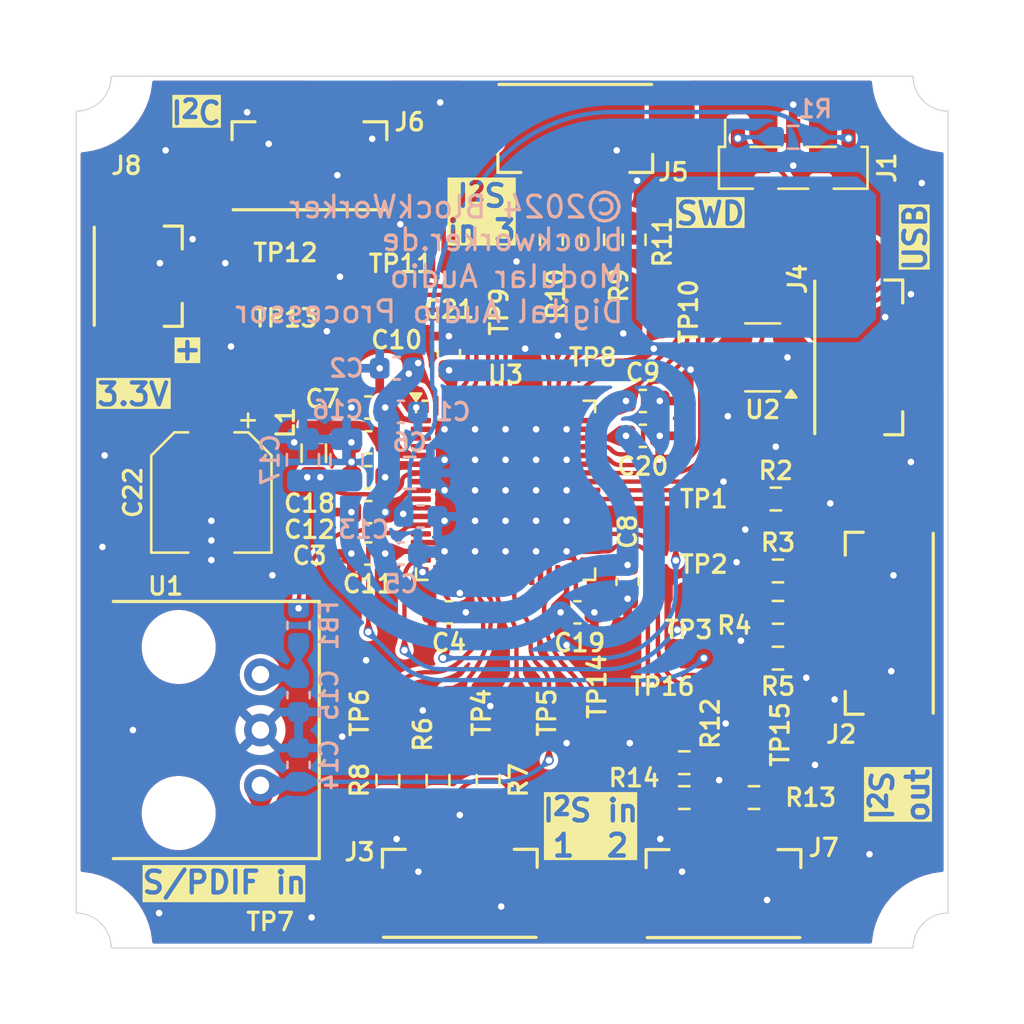
<source format=kicad_pcb>
(kicad_pcb (version 20240108) (generator "pcbnew") (generator_version "8.0")
  (layers (0 "F.Cu" signal) (1 "In1.Cu" signal) (2 "In2.Cu" signal) (31 "B.Cu" signal) (34 "B.Paste" user) (35 "F.Paste" user) (36 "B.SilkS" user "B.Silkscreen") (37 "F.SilkS" user "F.Silkscreen") (38 "B.Mask" user) (39 "F.Mask" user) (44 "Edge.Cuts" user))
  (net 0 "")
  (net 1 "GND")
  (net 2 "+3.3V")
  (net 3 "Net-(J1-Pin_5)")
  (net 4 "/SPDIF_IN")
  (net 5 "Net-(U1-VCC)")
  (net 6 "VCC")
  (net 7 "Net-(U3-VLXSMPS)")
  (net 8 "/SWCLK")
  (net 9 "/SWDIO")
  (net 10 "Net-(J2-Pin_1)")
  (net 11 "Net-(J2-Pin_2)")
  (net 12 "Net-(J2-Pin_3)")
  (net 13 "Net-(J2-Pin_4)")
  (net 14 "Net-(J3-Pin_1)")
  (net 15 "Net-(J3-Pin_3)")
  (net 16 "Net-(J3-Pin_2)")
  (net 17 "/USB_VBUS")
  (net 18 "Net-(J5-Pin_3)")
  (net 19 "Net-(J5-Pin_2)")
  (net 20 "Net-(J5-Pin_1)")
  (net 21 "/I2C_SDA")
  (net 22 "/I2C_SCL")
  (net 23 "/I2C_~{INT}")
  (net 24 "Net-(J7-Pin_2)")
  (net 25 "Net-(J7-Pin_1)")
  (net 26 "Net-(J7-Pin_3)")
  (net 27 "/I2S_MCLK_IN")
  (net 28 "/I2S_OUT_BCK")
  (net 29 "/I2S_OUT_DATA")
  (net 30 "/I2S_OUT_LRCK")
  (net 31 "/I2S_1_BCK")
  (net 32 "/I2S_1_DATA")
  (net 33 "/I2S_1_LRCK")
  (net 34 "/I2S_3_BCK")
  (net 35 "/I2S_3_DATA")
  (net 36 "/I2S_3_LRCK")
  (net 37 "/I2S_2_BCK")
  (net 38 "/I2S_2_DATA")
  (net 39 "/I2S_2_LRCK")
  (net 62 "/USB_D-")
  (net 63 "/USB_D+")
  (net 64 "Net-(J4-Pin_3)")
  (net 65 "Net-(J4-Pin_2)")
  (net 66 "/DEBUG_RX")
  (net 67 "/DEBUG_TX")
  (footprint "BW_PassiveMechanical:TP_0603_1608Metric_Fused" (layer "F.Cu") (at 153.9 111.1 -90)
    (property "Reference" "TP14")
    (property "Value" "I2S_2_BCK")
  )
  (footprint "Resistor_SMD:R_0603_1608Metric" (layer "F.Cu") (at 148.9 112.3 -90)
    (property "Reference" "R7")
    (property "Value" "27Ω")
  )
  (footprint "Resistor_SMD:R_0603_1608Metric" (layer "F.Cu") (at 153.7 87.5 90)
    (property "Reference" "R9")
    (property "Value" "10Ω")
  )
  (footprint "Capacitor_SMD:C_0603_1608Metric" (layer "F.Cu") (at 143.4 100)
    (property "Reference" "C3")
    (property "Value" "0.1µF")
  )
  (footprint "BW_PassiveMechanical:TP_0603_1608Metric_Fused" (layer "F.Cu") (at 161 110.2 -90)
    (property "Reference" "TP15")
    (property "Value" "I2S_2_DATA")
  )
  (footprint "Resistor_SMD:R_0603_1608Metric" (layer "F.Cu") (at 155.6 87.5 90)
    (property "Reference" "R11")
    (property "Value" "27Ω")
  )
  (footprint "Resistor_SMD:R_0603_1608Metric" (layer "F.Cu") (at 162.2 104.6)
    (property "Reference" "R4")
    (property "Value" "27Ω")
  )
  (footprint "BW_Connectors:Amphenol_MINITEK_WTB_1.25_4P" (layer "F.Cu") (at 159.7 117.5)
    (property "Reference" "J7")
    (property "Value" "I2S_2")
  )
  (footprint "Resistor_SMD:R_0603_1608Metric" (layer "F.Cu") (at 161.1 113.1 180)
    (property "Reference" "R13")
    (property "Value" "27Ω")
  )
  (footprint "Resistor_SMD:R_0603_1608Metric" (layer "F.Cu") (at 144.3 112.3 -90)
    (property "Reference" "R8")
    (property "Value" "27Ω")
  )
  (footprint "Capacitor_SMD:C_0603_1608Metric" (layer "F.Cu") (at 155.3 103.2 90)
    (property "Reference" "C8")
    (property "Value" "0.1µF")
  )
  (footprint "Capacitor_SMD:C_0603_1608Metric" (layer "F.Cu") (at 156 94.9 180)
    (property "Reference" "C9")
    (property "Value" "0.1µF")
  )
  (footprint "Resistor_SMD:R_0603_1608Metric" (layer "F.Cu") (at 162.2 102.7)
    (property "Reference" "R3")
    (property "Value" "10Ω")
  )
  (footprint "Capacitor_SMD:C_0603_1608Metric" (layer "F.Cu") (at 143.4 101.9)
    (property "Reference" "C11")
    (property "Value" "0.1µF")
  )
  (footprint "Capacitor_SMD:C_0603_1608Metric" (layer "F.Cu") (at 156 96.5)
    (property "Reference" "C20")
    (property "Value" "0.1µF")
  )
  (footprint "Inductor_SMD:L_0805_2012Metric" (layer "F.Cu") (at 140.9 97.3 90)
    (property "Reference" "L1")
    (property "Value" "2.2µH")
  )
  (footprint "BW_PassiveMechanical:TP_0603_1608Metric_Fused" (layer "F.Cu") (at 156.7 90.8 90)
    (property "Reference" "TP10")
    (property "Value" "I2S_3_LRCK")
  )
  (footprint "Capacitor_SMD:C_0603_1608Metric" (layer "F.Cu") (at 147.1 104.6)
    (property "Reference" "C4")
    (property "Value" "0.1µF")
  )
  (footprint "BW_PassiveMechanical:TP_0603_1608Metric_Fused" (layer "F.Cu") (at 158.8 106.7)
    (property "Reference" "TP3")
    (property "Value" "I2S_OUT_LRCK")
  )
  (footprint "Resistor_SMD:R_0603_1608Metric" (layer "F.Cu") (at 162.1 99.4)
    (property "Reference" "R2")
    (property "Value" "0Ω")
  )
  (footprint "BW_Connectors:Amphenol_MINITEK_WTB_1.25_4P" (layer "F.Cu") (at 152.9 82.4 180)
    (property "Reference" "J5")
    (property "Value" "I2S_3")
  )
  (footprint "BW_PassiveMechanical:TP_0603_1608Metric_Fused" (layer "F.Cu") (at 144.2 109.2 -90)
    (property "Reference" "TP6")
    (property "Value" "I2S_1_LRCK")
  )
  (footprint "BW_PassiveMechanical:TP_0603_1608Metric_Fused" (layer "F.Cu") (at 150.2 109.2 -90)
    (property "Reference" "TP5")
    (property "Value" "I2S_1_DATA")
  )
  (footprint "Resistor_SMD:R_0603_1608Metric" (layer "F.Cu") (at 157.9 111.5)
    (property "Reference" "R12")
    (property "Value" "10Ω")
  )
  (footprint "Package_TO_SOT_SMD:SOT-23-6" (layer "F.Cu") (at 161.5 92.9 180)
    (property "Reference" "U2")
    (property "Value" "USBLC6-2SC6")
  )
  (footprint "BW_PassiveMechanical:TP_0603_1608Metric_Fused" (layer "F.Cu") (at 139.6 92.4)
    (property "Reference" "TP13")
    (property "Value" "UART_TX")
  )
  (footprint "Capacitor_SMD:C_0603_1608Metric" (layer "F.Cu") (at 153 104.6)
    (property "Reference" "C19")
    (property "Value" "0.1µF")
  )
  (footprint "Capacitor_SMD:CP_Elec_5x5.8" (layer "F.Cu") (at 136.2 99.1 -90)
    (property "Reference" "C22")
    (property "Value" "220µF 6.3V")
  )
  (footprint "Resistor_SMD:R_0603_1608Metric" (layer "F.Cu") (at 146.6 112.3 -90)
    (property "Reference" "R6")
    (property "Value" "10Ω")
  )
  (footprint "BW_Connectors:Amphenol_MINITEK_WTB_1.25_2P" (layer "F.Cu") (at 132.85 89.175 -90)
    (property "Reference" "J8")
    (property "Value" "3.3V")
  )
  (footprint "BW_Connectors:Amphenol_MINITEK_WTB_1.25_4P" (layer "F.Cu") (at 147.6 117.4875)
    (property "Reference" "J3")
    (property "Value" "I2S_1")
  )
  (footprint "BW_Connectors:Amphenol_MINITEK_WTB_1.25_5P" (layer "F.Cu") (at 167.3 105.1 90)
    (property "Reference" "J2")
    (property "Value" "I2S_OUT")
  )
  (footprint "BW_PassiveMechanical:TP_0603_1608Metric_Fused" (layer "F.Cu") (at 153.7 90.8 90)
    (property "Reference" "TP8")
    (property "Value" "I2S_3_BCK")
  )
  (footprint "BW_PassiveMechanical:TP_0603_1608Metric_Fused" (layer "F.Cu") (at 158.8 100.7)
    (property "Reference" "TP1")
    (property "Value" "I2S_OUT_BCK")
  )
  (footprint "Capacitor_SMD:C_0603_1608Metric" (layer "F.Cu") (at 143.4 95.2)
    (property "Reference" "C7")
    (property "Value" "0.1µF")
  )
  (footprint "BW_PassiveMechanical:TP_0603_1608Metric_Fused" (layer "F.Cu") (at 156.9 109.3)
    (property "Reference" "TP16")
    (property "Value" "I2S_2_LRCK")
  )
  (footprint "Resistor_SMD:R_0603_1608Metric" (layer "F.Cu") (at 151.8 87.5 90)
    (property "Reference" "R10")
    (property "Value" "27Ω")
  )
  (footprint "BW_Active:DLR2180" (layer "F.Cu") (at 134.7 110 90)
    (property "Reference" "U1")
    (property "Value" "TOSLINK_RX")
  )
  (footprint "BW_PassiveMechanical:TP_0603_1608Metric_Fused" (layer "F.Cu") (at 150.7 90.8 90)
    (property "Reference" "TP9")
    (property "Value" "I2S_3_DATA")
  )
  (footprint "BW_PassiveMechanical:TP_0603_1608Metric_Fused" (layer "F.Cu") (at 147.2 109.2 -90)
    (property "Reference" "TP4")
    (property "Value" "I2S_1_BCK")
  )
  (footprint "BW_PassiveMechanical:TP_0603_1608Metric_Fused" (layer "F.Cu") (at 147.9 88.6)
    (property "Reference" "TP11")
    (property "Value" "I2C_~{INT}")
  )
  (footprint "Capacitor_SMD:C_0603_1608Metric" (layer "F.Cu") (at 144.7 93.4)
    (property "Reference" "C10")
    (property "Value" "0.1µF")
  )
  (footprint "Resistor_SMD:R_0603_1608Metric" (layer "F.Cu") (at 157.9 113.1)
    (property "Reference" "R14")
    (property "Value" "27Ω")
  )
  (footprint "Capacitor_SMD:C_0603_1608Metric" (layer "F.Cu") (at 143.4 98.4)
    (property "Reference" "C12")
    (property "Value" "4.7µF")
  )
  (footprint "BW_PassiveMechanical:TP_0603_1608Metric_Fused" (layer "F.Cu") (at 158.8 103.7)
    (property "Reference" "TP2")
    (property "Value" "I2S_OUT_DATA")
  )
  (footprint "Connector_PinSocket_1.27mm:PinSocket_1x05_P1.27mm_Vertical_SMD_Pin1Right" (layer "F.Cu") (at 162.9 84.2 90)
    (property "Reference" "J1")
    (property "Value" "SWD")
  )
  (footprint "Resistor_SMD:R_0603_1608Metric" (layer "F.Cu") (at 162.2 106.7)
    (property "Reference" "R5")
    (property "Value" "27Ω")
  )
  (footprint "BW_Connectors:Amphenol_MINITEK_WTB_1.25_4P" (layer "F.Cu") (at 140.7 84.1)
    (property "Reference" "J6")
    (property "Value" "I2C")
  )
  (footprint "Capacitor_SMD:C_0603_1608Metric" (layer "F.Cu") (at 143.4 96.8 180)
    (property "Reference" "C18")
    (property "Value" "220pF")
  )
  (footprint "Package_DFN_QFN:QFN-68-1EP_8x8mm_P0.4mm_EP6.4x6.4mm" (layer "F.Cu") (at 149.7 99)
    (property "Reference" "U3")
    (property "Value" "STM32H725RGVx")
  )
  (footprint "BW_PassiveMechanical:TP_0603_1608Metric_Fused" (layer "F.Cu") (at 136.2 118.8 180)
    (property "Reference" "TP7")
    (property "Value" "SPDIF_IN")
  )
  (footprint "Capacitor_SMD:C_0603_1608Metric" (layer "F.Cu") (at 147.1 92.7 90)
    (property "Reference" "C21")
    (property "Value" "0.1µF")
  )
  (footprint "BW_PassiveMechanical:TP_0603_1608Metric_Fused" (layer "F.Cu") (at 139.6 89.4)
    (property "Reference" "TP12")
    (property "Value" "UART_RX")
  )
  (footprint "BW_Connectors:Amphenol_MINITEK_WTB_1.25_4P" (layer "F.Cu") (at 165.9125 92.9 -90)
    (property "Reference" "J4")
    (property "Value" "USB")
  )
  (footprint "Capacitor_SMD:C_0805_2012Metric" (layer "B.Cu") (at 142.4 97.6 90)
    (property "Reference" "C16")
    (property "Value" "10µF 25V")
  )
  (footprint "Capacitor_SMD:C_0805_2012Metric" (layer "B.Cu") (at 140.4 97.6 90)
    (property "Reference" "C17")
    (property "Value" "10µF 25V")
  )
  (footprint "Capacitor_SMD:C_0603_1608Metric" (layer "B.Cu") (at 144.9 95.4 180)
    (property "Reference" "C1")
    (property "Value" "1µF")
  )
  (footprint "Capacitor_SMD:C_0603_1608Metric" (layer "B.Cu") (at 145.8 100.2)
    (property "Reference" "C13")
    (property "Value" "0.1µF")
  )
  (footprint "Capacitor_SMD:C_0603_1608Metric" (layer "B.Cu") (at 140.2 111.6 90)
    (property "Reference" "C14")
    (property "Value" "30pF")
  )
  (footprint "Inductor_SMD:L_0603_1608Metric" (layer "B.Cu") (at 140.2 105.2 -90)
    (property "Reference" "FB1")
    (property "Value" "Shunt?")
  )
  (footprint "BW_Logo:BW_Logo_10x6.4mm" (layer "B.Cu") (at 161.2 88.3 180)
    (property "Reference" "REF**" (hide yes))
    (property "Value" "BW_Logo_10x6.4mm" (hide yes))
  )
  (footprint "Resistor_SMD:R_0603_1608Metric" (layer "B.Cu") (at 162.9 82.8)
    (property "Reference" "R1")
    (property "Value" "10kΩ")
  )
  (footprint "Capacitor_SMD:C_0805_2012Metric" (layer "B.Cu") (at 145.3 98.2 180)
    (property "Reference" "C6")
    (property "Value" "10µF 25V")
  )
  (footprint "Capacitor_SMD:C_0603_1608Metric" (layer "B.Cu") (at 144.7 93.4)
    (property "Reference" "C2")
    (property "Value" "4.7µF")
  )
  (footprint "Capacitor_SMD:C_0603_1608Metric" (layer "B.Cu") (at 140.2 108.4 90)
    (property "Reference" "C15")
    (property "Value" "0.1µF")
  )
  (footprint "Capacitor_SMD:C_0603_1608Metric" (layer "B.Cu") (at 144.9 101.9 180)
    (property "Reference" "C5")
    (property "Value" "1µF")
  )
  (gr_arc (start 130 118.4) (mid 131.131371 118.868629) (end 131.6 120) (stroke (width 0.05)) (layer "Edge.Cuts"))
  (gr_line (start 131.6 120) (end 168.4 120) (stroke (width 0.05)) (layer "Edge.Cuts"))
  (gr_arc (start 131.6 80) (mid 131.131371 81.131371) (end 130 81.6) (stroke (width 0.05)) (layer "Edge.Cuts"))
  (gr_line (start 168.4 80) (end 131.6 80) (stroke (width 0.05)) (layer "Edge.Cuts"))
  (gr_line (start 170 118.4) (end 170 81.6) (stroke (width 0.05)) (layer "Edge.Cuts"))
  (gr_arc (start 168.4 120) (mid 168.868629 118.868629) (end 170 118.4) (stroke (width 0.05)) (layer "Edge.Cuts"))
  (gr_arc (start 170 81.6) (mid 168.868629 81.131371) (end 168.4 80) (stroke (width 0.05)) (layer "Edge.Cuts"))
  (gr_line (start 130 81.6) (end 130 118.4) (stroke (width 0.05)) (layer "Edge.Cuts"))
  (gr_text "Modular Audio\nDigital Audio Processor" (at 155.2 90 0) (layer "B.SilkS") (effects (font (size 1 1)) (justify left mirror)))
  (gr_text "3.3V" (at 132.6 94.6 0) (layer "F.SilkS" knockout) (effects (font (size 1 1) (thickness 0.2) (bold yes))))
  (gr_text "SWD" (at 159.1 86.3 0) (layer "F.SilkS" knockout) (effects (font (size 1 1) (thickness 0.2) (bold yes))))
  (gr_text "S/PDIF in" (at 136.8 117 0) (layer "F.SilkS" knockout) (effects (font (size 1 1) (thickness 0.2) (bold yes))))
  (gr_text "I^{2}S in\n1  2" (at 153.6 114.5 0) (layer "F.SilkS" knockout) (effects (font (size 1 1) (thickness 0.2) (bold yes))))
  (gr_text "I^{2}S\nout" (at 167.8 113 90) (layer "F.SilkS" knockout) (effects (font (size 1 1) (thickness 0.2) (bold yes))))
  (gr_text "+" (at 135.1 92.5 0) (layer "F.SilkS" knockout) (effects (font (size 1 1) (thickness 0.2) (bold yes))))
  (gr_text "I^{2}C" (at 135.5 81.7 0) (layer "F.SilkS" knockout) (effects (font (size 1 1) (thickness 0.2) (bold yes))))
  (gr_text "USB" (at 168.5 87.4 90) (layer "F.SilkS" knockout) (effects (font (size 1 1) (thickness 0.2) (bold yes))))
  (gr_text "I^{2}S\nin 3" (at 148.6 86.3 0) (layer "F.SilkS" knockout) (effects (font (size 1 1) (thickness 0.2) (bold yes))))
  (segment (start 145.89 102.75) (end 145.89 103.549818) (width 0.5) (layer "F.Cu") (net 1))
  (segment (start 145.8125 101.4) (end 147.334315 101.4) (width 0.25) (layer "F.Cu") (net 1))
  (segment (start 142.63 98.387929) (end 142.625 98.4) (width 0.5) (layer "F.Cu") (net 1))
  (segment (start 146.9 95.1125) (end 146.9 96.2) (width 0.25) (layer "F.Cu") (net 1))
  (segment (start 145.8125 97) (end 146.851472 97) (width 0.25) (layer "F.Cu") (net 1))
  (segment (start 153.5875 96.2) (end 152.5 96.2) (width 0.25) (layer "F.Cu") (net 1))
  (segment (start 147.7 102.8875) (end 147.7 101.848528) (width 0.25) (layer "F.Cu") (net 1))
  (segment (start 152.9 102.8875) (end 152.9 102.365563) (width 0.25) (layer "F.Cu") (net 1))
  (segment (start 146.325 104.6) (end 146.328536 104.591465) (width 0.5) (layer "F.Cu") (net 1))
  (segment (start 152.79 102.1) (end 152.782929 102.082929) (width 0.25) (layer "F.Cu") (net 1))
  (segment (start 147.7 102.8875) (end 147.7 103.474414) (width 0.25) (layer "F.Cu") (net 1))
  (segment (start 142.63 97.7) (end 142.63 98.387929) (width 0.5) (layer "F.Cu") (net 1))
  (segment (start 148.5 95.1125) (end 148.5 97.117158) (width 0.25) (layer "F.Cu") (net 1))
  (segment (start 152.782929 102.082929) (end 152.5 101.8) (width 0.25) (layer "F.Cu") (net 1))
  (segment (start 145.8125 98.6) (end 147.334315 98.6) (width 0.25) (layer "F.Cu") (net 1))
  (via (at 136.2 100.4) (size 0.45) (drill 0.3) (layers "F.Cu" "B.Cu") (net 1))
  (via (at 142.625 101.9) (size 0.45) (drill 0.3) (layers "F.Cu" "B.Cu") (net 1))
  (via (at 142.63 97.7) (size 0.45) (drill 0.3) (layers "F.Cu" "B.Cu") (net 1))
  (via (at 160.7 100.8) (size 0.45) (drill 0.3) (layers "F.Cu" "B.Cu") (net 1))
  (via (at 144.7 115) (size 0.45) (drill 0.3) (layers "F.Cu" "B.Cu") (net 1))
  (via (at 154.8 83.4) (size 0.45) (drill 0.3) (layers "F.Cu" "B.Cu") (net 1))
  (via (at 162.1 97) (size 0.45) (drill 0.3) (layers "F.Cu" "B.Cu") (net 1))
  (via (at 147.1 91.925) (size 0.45) (drill 0.3) (layers "F.Cu" "B.Cu") (net 1))
  (via (at 140.8 118.6) (size 0.45) (drill 0.3) (layers "F.Cu" "B.Cu") (net 1))
  (via (at 151.1 97.6) (size 0.45) (drill 0.3) (layers "F.Cu" "B.Cu") (net 1))
  (via (at 135.3375 87.475) (size 0.45) (drill 0.3) (layers "F.Cu" "B.Cu") (net 1))
  (via (at 151.1 99) (size 0.45) (drill 0.3) (layers "F.Cu" "B.Cu") (net 1))
  (via (at 156.5 92.5) (size 0.45) (drill 0.3) (layers "F.Cu" "B.Cu") (net 1))
  (via (at 152.5 96.2) (size 0.45) (drill 0.3) (layers "F.Cu" "B.Cu") (net 1))
  (via (at 139 102.9) (size 0.45) (drill 0.3) (layers "F.Cu" "B.Cu") (net 1))
  (via (at 152.5 97.6) (size 0.45) (drill 0.3) (layers "F.Cu" "B.Cu") (net 1))
  (via (at 147.6 113.9) (size 0.45) (drill 0.3) (layers "F.Cu" "B.Cu") (net 1))
  (via (at 166.4 115.7) (size 0.45) (drill 0.3) (layers "F.Cu" "B.Cu") (net 1))
  (via (at 167.5 102.9) (size 0.45) (drill 0.3) (layers "F.Cu" "B.Cu") (net 1))
  (via (at 145.89 102.75) (size 0.45) (drill 0.3) (layers "F.Cu" "B.Cu") (net 1))
  (via (at 168.3 97.7) (size 0.45) (drill 0.3) (layers "F.Cu" "B.Cu") (net 1))
  (via (at 142.625 95.2) (size 0.45) (drill 0.3) (layers "F.Cu" "B.Cu") (net 1))
  (via (at 149.7 101.8) (size 0.45) (drill 0.3) (layers "F.Cu" "B.Cu") (net 1))
  (via (at 152.5 100.4) (size 0.45) (drill 0.3) (layers "F.Cu" "B.Cu") (net 1))
  (via (at 159.8 109.7) (size 0.45) (drill 0.3) (layers "F.Cu" "B.Cu") (net 1))
  (via (at 138.83 83.1) (size 0.45) (drill 0.3) (layers "F.Cu" "B.Cu") (net 1))
  (via (at 155.1 91.8) (size 0.45) (drill 0.3) (layers "F.Cu" "B.Cu") (net 1))
  (via (at 149 108.9) (size 0.45) (drill 0.3) (layers "F.Cu" "B.Cu") (net 1))
  (via (at 131.3 97.4) (size 0.45) (drill 0.3) (layers "F.Cu" "B.Cu") (net 1))
  (via (at 167.4 107.3) (size 0.45) (drill 0.3) (layers "F.Cu" "B.Cu") (net 1))
  (via (at 149.7 99) (size 0.45) (drill 0.3) (layers "F.Cu" "B.Cu") (net 1))
  (via (at 162.6375 92.9) (size 0.45) (drill 0.3) (layers "F.Cu" "B.Cu") (net 1))
  (via (at 168.3 90) (size 0.45) (drill 0.3) (layers "F.Cu" "B.Cu") (net 1))
  (via (at 160.5 105.9) (size 0.45) (drill 0.3) (layers "F.Cu" "B.Cu") (net 1))
  (via (at 137.1 92.4) (size 0.45) (drill 0.3) (layers "F.Cu" "B.Cu") (net 1))
  (via (at 134.1 83.4) (size 0.45) (drill 0.3) (layers "F.Cu" "B.Cu") (net 1))
  (via (at 157.8 116.5) (size 0.45) (drill 0.3) (layers "F.Cu" "B.Cu") (net 1))
  (via (at 148.3 99) (size 0.45) (drill 0.3) (layers "F.Cu" "B.Cu") (net 1))
  (via (at 150.2 88.5) (size 0.45) (drill 0.3) (layers "F.Cu" "B.Cu") (net 1))
  (via (at 156.8 115) (size 0.45) (drill 0.3) (layers "F.Cu" "B.Cu") (net 1))
  (via (at 146.9 97.6) (size 0.45) (drill 0.3) (layers "F.Cu" "B.Cu") (net 1))
  (via (at 140 96.8) (size 0.45) (drill 0.3) (layers "F.Cu" "B.Cu") (net 1))
  (via (at 161.7 117.8) (size 0.45) (drill 0.3) (layers "F.Cu" "B.Cu") (net 1))
  (via (at 150.6 92.5) (size 0.45) (drill 0.3) (layers "F.Cu" "B.Cu") (net 1))
  (via (at 144.87 86.79) (size 0.45) (drill 0.3) (layers "F.Cu" "B.Cu") (net 1))
  (via (at 149.7 97.6) (size 0.45) (drill 0.3) (layers "F.Cu" "B.Cu") (net 1))
  (via (at 142.625 100) (size 0.45) (drill 0.3) (layers "F.Cu" "B.Cu") (net 1))
  (via (at 152.5 101.8) (size 0.45) (drill 0.3) (layers "F.Cu" "B.Cu") (net 1))
  (via (at 156.775 94.9) (size 0.45) (drill 0.3) (layers "F.Cu" "B.Cu") (net 1))
  (via (at 152.5 106.1) (size 0.45) (drill 0.3) (layers "F.Cu" "B.Cu") (net 1))
  (via (at 143.925 93.4) (size 0.45) (drill 0.3) (layers "F.Cu" "B.Cu") (net 1))
  (via (at 142.2 110.3) (size 0.45) (drill 0.3) (layers "F.Cu" "B.Cu") (net 1))
  (via (at 142.1 89.2) (size 0.45) (drill 0.3) (layers "F.Cu" "B.Cu") (net 1))
  (via (at 137.84 81.65) (size 0.45) (drill 0.3) (layers "F.Cu" "B.Cu") (net 1))
  (via (at 146.9 101.8) (size 0.45) (drill 0.3) (layers "F.Cu" "B.Cu") (net 1))
  (via (at 147.6 103.715835) (size 0.45) (drill 0.3) (layers "F.Cu" "B.Cu") (net 1))
  (via (at 136.8375 88.575) (size 0.45) (drill 0.3) (layers "F.Cu" "B.Cu") (net 1))
  (via (at 133.8 118.4) (size 0.45) (drill 0.3) (layers "F.Cu" "B.Cu") (net 1))
  (via (at 142.625 96.8) (size 0.45) (drill 0.3) (layers "F.Cu" "B.Cu") (net 1))
  (via (at 149.7 96.2) (size 0.45) (drill 0.3) (layers "F.Cu" "B.Cu") (net 1))
  (via (at 155.74 84.79) (size 0.45) (drill 0.3) (layers "F.Cu" "B.Cu") (net 1))
  (via (at 131.2 101.6) (size 0.45) (drill 0.3) (layers "F.Cu" "B.Cu") (net 1))
  (via (at 155.3 103.975) (size 0.45) (drill 0.3) (layers "F.Cu" "B.Cu") (net 1))
  (via (at 155.4 110.6) (size 0.45) (drill 0.3) (layers "F.Cu" "B.Cu") (net 1))
  (via (at 151.1 96.2) (size 0.45) (drill 0.3) (layers "F.Cu" "B.Cu") (net 1))
  (via (at 158.19 93.46) (size 0.45) (drill 0.3) (layers "F.Cu" "B.Cu") (net 1))
  (via (at 143.3 106.8) (size 0.45) (drill 0.3) (layers "F.Cu" "B.Cu") (net 1))
  (via (at 136.2 102.2) (size 0.45) (drill 0.3) (layers "F.Cu" "B.Cu") (net 1))
  (via (at 152.5 99) (size 0.45) (drill 0.3) (layers "F.Cu" "B.Cu") (net 1))
  (via (at 168.8 84.9) (size 0.45) (drill 0.3) (layers "F.Cu" "B.Cu") (net 1))
  (via (at 136.2 101.3) (size 0.45) (drill 0.3) (layers "F.Cu" "B.Cu") (net 1))
  (via (at 143.58 82.87) (size 0.45) (drill 0.3) (layers "F.Cu" "B.Cu") (net 1))
  (via (at 145.6 95.2) (size 0.45) (drill 0.3) (layers "F.Cu" "B.Cu") (net 1))
  (via (at 148.3 96.2) (size 0.45) (drill 0.3) (layers "F.Cu" "B.Cu") (net 1))
  (via (at 148.3 97.6) (size 0.45) (drill 0.3) (layers "F.Cu" "B.Cu") (net 1))
  (via (at 149.5 118.1) (size 0.45) (drill 0.3) (layers "F.Cu" "B.Cu") (net 1))
  (via (at 152.1 91.9) (size 0.45) (drill 0.3) (layers "F.Cu" "B.Cu") (net 1))
  (via (at 132.6 110) (size 0.45) (drill 0.3) (layers "F.Cu" "B.Cu") (net 1))
  (via (at 162.9 81.3) (size 0.45) (drill 0.3) (layers "F.Cu" "B.Cu") (net 1))
  (via (at 146.9 96.2) (size 0.45) (drill 0.3) (layers "F.Cu" "B.Cu") (net 1))
  (via (at 164.8 108.6) (size 0.45) (drill 0.3) (layers "F.Cu" "B.Cu") (net 1))
  (via (at 146.7 81.2) (size 0.45) (drill 0.3) (layers "F.Cu" "B.Cu") (net 1))
  (via (at 159.9 95.6) (size 0.45) (drill 0.3) (layers "F.Cu" "B.Cu") (net 1))
  (via (at 141.5 91.7) (size 0.45) (drill 0.3) (layers "F.Cu" "B.Cu") (net 1))
  (via (at 141.98 84.54) (size 0.45) (drill 0.3) (layers "F.Cu" "B.Cu") (net 1))
  (via (at 152.5 110.6) (size 0.45) (drill 0.3) (layers "F.Cu" "B.Cu") (net 1))
  (via (at 163.5 107.6) (size 0.45) (drill 0.3) (layers "F.Cu" "B.Cu") (net 1))
  (via (at 148.3 100.4) (size 0.45) (drill 0.3) (layers "F.Cu" "B.Cu") (net 1))
  (via (at 146.9 100.4) (size 0.45) (drill 0.3) (layers "F.Cu" "B.Cu") (net 1))
  (via (at 149.7 100.4) (size 0.45) (drill 0.3) (layers "F.Cu" "B.Cu") (net 1))
  (via (at 153.775 104.6) (size 0.45) (drill 0.3) (layers "F.Cu" "B.Cu") (net 1))
  (via (at 146.9 99) (size 0.45) (drill 0.3) (layers "F.Cu" "B.Cu") (net 1))
  (via (at 159.7 98.6) (size 0.45) (drill 0.3) (layers "F.Cu" "B.Cu") (net 1))
  (via (at 160.3 102.3) (size 0.45) (drill 0.3) (layers "F.Cu" "B.Cu") (net 1))
  (via (at 145.9 109.1) (size 0.45) (drill 0.3) (layers "F.Cu" "B.Cu") (net 1))
  (via (at 167.12 91.05) (size 0.45) (drill 0.3) (layers "F.Cu" "B.Cu") (net 1))
  (via (at 151.1 100.4) (size 0.45) (drill 0.3) (layers "F.Cu" "B.Cu") (net 1))
  (via (at 145.7 116.5) (size 0.45) (drill 0.3) (layers "F.Cu" "B.Cu") (net 1))
  (via (at 163.9 111.6) (size 0.45) (drill 0.3) (layers "F.Cu" "B.Cu") (net 1))
  (via (at 148.3 101.8) (size 0.45) (drill 0.3) (layers "F.Cu" "B.Cu") (net 1))
  (via (at 164.6 99.6) (size 0.45) (drill 0.3) (layers "F.Cu" "B.Cu") (net 1))
  (via (at 159.5 112.3) (size 0.45) (drill 0.3) (layers "F.Cu" "B.Cu") (net 1))
  (via (at 151.1 101.8) (size 0.45) (drill 0.3) (layers "F.Cu" "B.Cu") (net 1))
  (via (at 156.775 96.5) (size 0.45) (drill 0.3) (layers "F.Cu" "B.Cu") (net 1))
  (via (at 162.9 84.1) (size 0.45) (drill 0.3) (layers "F.Cu" "B.Cu") (net 1))
  (via (at 133.8375 88.575) (size 0.45) (drill 0.3) (layers "F.Cu" "B.Cu") (net 1))
  (arc (start 146.851472 97) (mid 147.635409 97.155935) (end 148.3 97.6) (width 0.25) (layer "F.Cu") (net 1))
  (arc (start 145.89 103.549818) (mid 146.003053 104.118172) (end 146.325 104.6) (width 0.5) (layer "F.Cu") (net 1))
  (arc (start 147.7 101.848528) (mid 147.855935 101.064591) (end 148.3 100.4) (width 0.25) (layer "F.Cu") (net 1))
  (arc (start 147.7 103.474414) (mid 147.67401 103.60507) (end 147.6 103.715835) (width 0.25) (layer "F.Cu") (net 1))
  (arc (start 147.334315 98.6) (mid 147.85694 98.703957) (end 148.3 99) (width 0.25) (layer "F.Cu") (net 1))
  (arc (start 152.9 102.365563) (mid 152.871412 102.221841) (end 152.79 102.1) (width 0.25) (layer "F.Cu") (net 1))
  (arc (start 148.5 97.117158) (mid 148.448021 97.37847) (end 148.3 97.6) (width 0.25) (layer "F.Cu") (net 1))
  (arc (start 147.334315 101.4) (mid 147.85694 101.503957) (end 148.3 101.8) (width 0.25) (layer "F.Cu") (net 1))
  (segment (start 146.25 98.2) (end 146.814645 97.635355) (width 0.5) (layer "B.Cu") (net 1))
  (segment (start 145.916421 101.8) (end 146.9 101.8) (width 0.5) (layer "B.Cu") (net 1))
  (segment (start 146.575 100.2) (end 146.686611 100.311611) (width 0.5) (layer "B.Cu") (net 1))
  (segment (start 146.356066 98.456066) (end 146.9 99) (width 0.5) (layer "B.Cu") (net 1))
  (arc (start 146.25 98.2) (mid 146.277566 98.338582) (end 146.356066 98.456066) (width 0.5) (layer "B.Cu") (net 1))
  (arc (start 146.686611 100.311611) (mid 146.784515 100.377028) (end 146.9 100.4) (width 0.5) (layer "B.Cu") (net 1))
  (arc (start 145.675 101.9) (mid 145.785765 101.825989) (end 145.916421 101.8) (width 0.5) (layer "B.Cu") (net 1))
  (arc (start 146.814645 97.635355) (mid 146.853806 97.609189) (end 146.9 97.6) (width 0.5) (layer "B.Cu") (net 1))
  (segment (start 144.228457 92.2) (end 144.11 92.2) (width 1) (layer "F.Cu") (net 2))
  (segment (start 153.5875 102.2) (end 154.756802 102.2) (width 0.25) (layer "F.Cu") (net 2))
  (segment (start 141.45 101.48) (end 141.331214 101.598786) (width 0.2) (layer "F.Cu") (net 2))
  (segment (start 142.709167 100.89) (end 142.68 100.89) (width 0.2) (layer "F.Cu") (net 2))
  (segment (start 145.475 93.4) (end 145.475 93.306213) (width 1) (layer "F.Cu") (net 2))
  (segment (start 144.175 98.4) (end 144.50519 98.06981) (width 0.4) (layer "F.Cu") (net 2))
  (segment (start 156.820208 93.509792) (end 157.849081 92.480919) (width 0.2) (layer "F.Cu") (net 2))
  (segment (start 145.8125 95.8) (end 145.623528 95.8) (width 0.25) (layer "F.Cu") (net 2))
  (segment (start 142.658959 92.801041) (end 141.75125 93.70875) (width 1) (layer "F.Cu") (net 2))
  (segment (start 145.8125 99) (end 145.492132 99) (width 0.25) (layer "F.Cu") (net 2))
  (segment (start 145.184228 92.604229) (end 145.17 92.59) (width 1) (layer "F.Cu") (net 2))
  (segment (start 145.179778 97.854904) (end 145.177125 97.856003) (width 0.25) (layer "F.Cu") (net 2))
  (segment (start 137.07 95.45) (end 136.610122 95.909878) (width 1) (layer "F.Cu") (net 2))
  (segment (start 158.20435 91.49565) (end 162.154106 87.545894) (width 0.2) (layer "F.Cu") (net 2))
  (segment (start 162.245084 84.278331) (end 162.147925 84.181172) (width 0.2) (layer "F.Cu") (net 2))
  (segment (start 140.01 94.43) (end 139.911854 94.432915) (width 1) (layer "F.Cu") (net 2))
  (segment (start 145.312328 97.8) (end 145.8125 97.8) (width 0.25) (layer "F.Cu") (net 2))
  (segment (start 162.28 84.31) (end 162.245084 84.278331) (width 0.2) (layer "F.Cu") (net 2))
  (segment (start 162.366067 84.396066) (end 162.28 84.31) (width 0.2) (layer "F.Cu") (net 2))
  (segment (start 144.50519 98.06981) (end 144.575831 98.003242) (width 0.4) (layer "F.Cu") (net 2))
  (segment (start 154.846492 95.278509) (end 155.225 94.9) (width 0.25) (layer "F.Cu") (net 2))
  (segment (start 160.36 82.960589) (end 160.36 82.85) (width 0.2) (layer "F.Cu") (net 2))
  (segment (start 145.8125 101.8) (end 144.416421 101.8) (width 0.25) (layer "F.Cu") (net 2))
  (segment (start 162.84 85.89) (end 162.84 85.540243) (width 0.2) (layer "F.Cu") (net 2))
  (segment (start 139.911854 94.432915) (end 139.52546 94.432915) (width 1) (layer "F.Cu") (net 2))
  (segment (start 148.1 102.8875) (end 148.1 104.056802) (width 0.25) (layer "F.Cu") (net 2))
  (segment (start 135.3 94.727208) (end 135.3 89.8) (width 1) (layer "F.Cu") (net 2))
  (segment (start 156.076655 93.873345) (end 156.171507 93.778492) (width 0.2) (layer "F.Cu") (net 2))
  (segment (start 144.20682 98.32318) (end 144.41 98.12) (width 0.4) (layer "F.Cu") (net 2))
  (segment (start 158.04 92.02) (end 158.04 91.892426) (width 0.2) (layer "F.Cu") (net 2))
  (segment (start 146.013864 93.938864) (end 145.475 93.4) (width 0.25) (layer "F.Cu") (net 2))
  (segment (start 140.2 104.329778) (end 140.2 104.4125) (width 0.2) (layer "F.Cu") (net 2))
  (segment (start 144.575831 98.003242) (end 144.743876 97.906221) (width 0.4) (layer "F.Cu") (net 2))
  (segment (start 144.931307 97.856003) (end 145.177125 97.856003) (width 0.4) (layer "F.Cu") (net 2))
  (segment (start 144.743876 97.906221) (end 144.931307 97.856003) (width 0.4) (layer "F.Cu") (net 2))
  (segment (start 145.13 99.15) (end 144.354247 99.925753) (width 0.25) (layer "F.Cu") (net 2))
  (segment (start 141.587451 101.342548) (end 141.45 101.48) (width 0.2) (layer "F.Cu") (net 2))
  (segment (start 144.09818 100.03182) (end 143.615356 100.514644) (width 0.2) (layer "F.Cu") (net 2))
  (segment (start 155.348744 94.601257) (end 155.78 94.17) (width 0.2) (layer "F.Cu") (net 2))
  (segment (start 155.78 94.17) (end 156.076655 93.873345) (width 0.2) (layer "F.Cu") (net 2))
  (via (at 144.175 98.4) (size 0.45) (drill 0.3) (layers "F.Cu" "B.Cu") (net 2))
  (via (at 145.69 93.16) (size 0.45) (drill 0.3) (layers "F.Cu" "B.Cu") (net 2))
  (via (at 144.175 95.2) (size 0.45) (drill 0.3) (layers "F.Cu" "B.Cu") (net 2))
  (via (at 155.225 94.9) (size 0.45) (drill 0.3) (layers "F.Cu" "B.Cu") (net 2))
  (via (at 160.36 82.85) (size 0.45) (drill 0.3) (layers "F.Cu" "B.Cu") (net 2))
  (via (at 145.26 93.65) (size 0.45) (drill 0.3) (layers "F.Cu" "B.Cu") (net 2))
  (via (at 147.875 104.6) (size 0.45) (drill 0.3) (layers "F.Cu" "B.Cu") (net 2))
  (via (at 144.175 101.9) (size 0.45) (drill 0.3) (layers "F.Cu" "B.Cu") (net 2))
  (via (at 140.2 104.4125) (size 0.45) (drill 0.3) (layers "F.Cu" "B.Cu") (net 2))
  (via (at 155.3 102.425) (size 0.45) (drill 0.3) (layers "F.Cu" "B.Cu") (net 2))
  (via (at 144.175 100) (size 0.45) (drill 0.3) (layers "F.Cu" "B.Cu") (net 2))
  (arc (start 155.225 94.9) (mid 155.25716 94.738321) (end 155.348744 94.601257) (width 0.2) (layer "F.Cu") (net 2))
  (arc (start 143.615356 100.514644) (mid 143.199593 100.792448) (end 142.709167 100.89) (width 0.2) (layer "F.Cu") (net 2))
  (arc (start 148.1 104.056802) (mid 148.041524 104.350779) (end 147.875 104.6) (width 0.25) (layer "F.Cu") (net 2))
  (arc (start 145.623528 95.8) (mid 144.83959 95.644065) (end 144.175 95.2) (width 0.25) (layer "F.Cu") (net 2))
  (arc (start 157.849081 92.480919) (mid 157.990382 92.269447) (end 158.04 92.02) (width 0.2) (layer "F.Cu") (net 2))
  (arc (start 144.175 98.4) (mid 144.18327 98.358425) (end 144.20682 98.32318) (width 0.4) (layer "F.Cu") (net 2))
  (arc (start 144.175 100) (mid 144.133425 100.00827) (end 144.09818 100.03182) (width 0.2) (layer "F.Cu") (net 2))
  (arc (start 141.331214 101.598786) (mid 140.493993 102.851775) (end 140.2 104.329778) (width 0.2) (layer "F.Cu") (net 2))
  (arc (start 156.53 93.63) (mid 156.687059 93.598759) (end 156.820208 93.509792) (width 0.2) (layer "F.Cu") (net 2))
  (arc (start 142.68 100.89) (mid 142.088717 101.007614) (end 141.587451 101.342548) (width 0.2) (layer "F.Cu") (net 2))
  (arc (start 160.6 83.54) (mid 160.422374 83.274164) (end 160.36 82.960589) (width 0.2) (layer "F.Cu") (net 2))
  (arc (start 145.177125 97.856003) (mid 145.239156 97.814555) (end 145.312328 97.8) (width 0.25) (layer "F.Cu") (net 2))
  (arc (start 158.04 91.892426) (mid 158.082713 91.677692) (end 158.20435 91.49565) (width 0.2) (layer "F.Cu") (net 2))
  (arc (start 145.475 93.306213) (mid 145.399431 92.926302) (end 145.184228 92.604229) (width 1) (layer "F.Cu") (net 2))
  (arc (start 162.147925 84.181172) (mid 161.437731 83.706635) (end 160.6 83.54) (width 0.2) (layer "F.Cu") (net 2))
  (arc (start 139.52546 94.432915) (mid 138.196575 94.697247) (end 137.07 95.45) (width 1) (layer "F.Cu") (net 2))
  (arc (start 141.75125 93.70875) (mid 140.952358 94.242553) (end 140.01 94.43) (width 1) (layer "F.Cu") (net 2))
  (arc (start 145.492132 99) (mid 145.296148 99.038984) (end 145.13 99.15) (width 0.25) (layer "F.Cu") (net 2))
  (arc (start 136.2 96.9) (mid 135.533902 95.903115) (end 135.3 94.727208) (width 1) (layer "F.Cu") (net 2))
  (arc (start 144.11 92.2) (mid 143.324702 92.356205) (end 142.658959 92.801041) (width 1) (layer "F.Cu") (net 2))
  (arc (start 153.5875 95.8) (mid 154.268861 95.664469) (end 154.846492 95.278509) (width 0.25) (layer "F.Cu") (net 2))
  (arc (start 145.17 92.59) (mid 144.738017 92.301357) (end 144.228457 92.2) (width 1) (layer "F.Cu") (net 2))
  (arc (start 162.154106 87.545894) (mid 162.661742 86.786163) (end 162.84 85.89) (width 0.2) (layer "F.Cu") (net 2))
  (arc (start 136.610122 95.909878) (mid 136.306587 96.364149) (end 136.2 96.9) (width 1) (layer "F.Cu") (net 2))
  (arc (start 156.171507 93.778492) (mid 156.335985 93.668592) (end 156.53 93.63) (width 0.2) (layer "F.Cu") (net 2))
  (arc (start 162.84 85.540243) (mid 162.716829 84.921019) (end 162.366067 84.396066) (width 0.2) (layer "F.Cu") (net 2))
  (arc (start 144.416421 101.8) (mid 144.285765 101.825989) (end 144.175 101.9) (width 0.25) (layer "F.Cu") (net 2))
  (arc (start 144.354247 99.925753) (mid 144.272008 99.980704) (end 144.175 100) (width 0.25) (layer "F.Cu") (net 2))
  (arc (start 154.756802 102.2) (mid 155.050778 102.258476) (end 155.3 102.425) (width 0.25) (layer "F.Cu") (net 2))
  (arc (start 146.5 95.1125) (mid 146.373657 94.477333) (end 146.013864 93.938864) (width 0.25) (layer "F.Cu") (net 2))
  (segment (start 154.25 95.45) (end 154.499479 95.200521) (width 1) (layer "B.Cu") (net 2))
  (segment (start 153.85 97.238752) (end 153.85 96.568994) (width 1) (layer "B.Cu") (net 2))
  (segment (start 144.35 98.2) (end 144.35 95.943198) (width 1) (layer "B.Cu") (net 2))
  (segment (start 144.404307 94.725693) (end 144.931715 94.198285) (width 1) (layer "B.Cu") (net 2))
  (segment (start 144.175 100) (end 143.702719 100) (width 0.5) (layer "B.Cu") (net 2))
  (segment (start 154.705107 102.425) (end 155.3 102.425) (width 1) (layer "B.Cu") (net 2))
  (segment (start 147.875 104.6) (end 149.454193 104.6) (width 1) (layer "B.Cu") (net 2))
  (segment (start 144.35 98.2) (end 144.35 98.331889) (width 1) (layer "B.Cu") (net 2))
  (segment (start 155.3 102.425) (end 155.3 100.73936) (width 1) (layer "B.Cu") (net 2))
  (segment (start 153.85 96.568994) (end 153.85 96.415685) (width 1) (layer "B.Cu") (net 2))
  (segment (start 145.228745 103.72491) (end 145.348959 103.841797) (width 1) (layer "B.Cu") (net 2))
  (segment (start 143.65 100.021837) (end 143.65 100.753249) (width 1) (layer "B.Cu") (net 2))
  (segment (start 162.075 82.8) (end 160.48071 82.8) (width 0.2) (layer "B.Cu") (net 2))
  (segment (start 144.637652 103.137653) (end 145.09 103.59) (width 1) (layer "B.Cu") (net 2))
  (segment (start 144.931715 94.198285) (end 145.294688 93.835312) (width 1) (layer "B.Cu") (net 2))
  (segment (start 145.09 103.59) (end 145.228745 103.72491) (width 1) (layer "B.Cu") (net 2))
  (segment (start 147.341399 104.6) (end 147.875 104.6) (width 1) (layer "B.Cu") (net 2))
  (arc (start 160.48071 82.8) (mid 160.415382 82.812994) (end 160.36 82.85) (width 0.2) (layer "B.Cu") (net 2))
  (arc (start 145.348959 103.841797) (mid 145.417549 103.901366) (end 145.486176 103.961026) (width 1) (layer "B.Cu") (net 2))
  (arc (start 143.65 100.753249) (mid 143.773449 101.373866) (end 144.125 101.9) (width 1) (layer "B.Cu") (net 2))
  (arc (start 155.3 100.73936) (mid 155.055702 99.511191) (end 154.36 98.47) (width 1) (layer "B.Cu") (net 2))
  (arc (start 144.35 95.943198) (mid 144.291524 95.649221) (end 144.125 95.4) (width 1) (layer "B.Cu") (net 2))
  (arc (start 145.486176 103.961026) (mid 146.359331 104.439367) (end 147.341399 104.6) (width 1) (layer "B.Cu") (net 2))
  (arc (start 154.36 98.47) (mid 153.982545 97.905099) (end 153.85 97.238752) (width 1) (layer "B.Cu") (net 2))
  (arc (start 143.92 99.37) (mid 143.720171 99.669066) (end 143.65 100.021837) (width 1) (layer "B.Cu") (net 2))
  (arc (start 144.35 98.331889) (mid 144.238246 98.893711) (end 143.92 99.37) (width 1) (layer "B.Cu") (net 2))
  (arc (start 149.454193 104.6) (mid 150.355721 104.420674) (end 151.12 103.91) (width 1) (layer "B.Cu") (net 2))
  (arc (start 144.125 101.9) (mid 144.258234 102.569813) (end 144.637652 103.137653) (width 1) (layer "B.Cu") (net 2))
  (arc (start 145.294688 93.835312) (mid 145.428138 93.635589) (end 145.475 93.4) (width 1) (layer "B.Cu") (net 2))
  (arc (start 153.85 96.415685) (mid 153.953957 95.89306) (end 154.25 95.45) (width 1) (layer "B.Cu") (net 2))
  (arc (start 151.12 103.91) (mid 152.764861 102.810939) (end 154.705107 102.425) (width 1) (layer "B.Cu") (net 2))
  (arc (start 143.702719 100) (mid 143.674188 100.005675) (end 143.65 100.021837) (width 0.5) (layer "B.Cu") (net 2))
  (arc (start 144.125 95.4) (mid 144.19759 95.035068) (end 144.404307 94.725693) (width 1) (layer "B.Cu") (net 2))
  (arc (start 154.499479 95.200521) (mid 154.83235 94.978103) (end 155.225 94.9) (width 1) (layer "B.Cu") (net 2))
  (segment (start 145.8125 100.2) (end 145.289705 100.2) (width 0.2) (layer "F.Cu") (net 3))
  (via (at 145 100.08) (size 0.45) (drill 0.3) (layers "F.Cu" "B.Cu") (net 3))
  (via (at 165.44 82.85) (size 0.45) (drill 0.3) (layers "F.Cu" "B.Cu") (net 3))
  (arc (start 145.289705 100.2) (mid 145.132918 100.168813) (end 145 100.08) (width 0.2) (layer "F.Cu") (net 3))
  (segment (start 154.618132 81.64) (end 161.533432 81.64) (width 0.2) (layer "B.Cu") (net 3))
  (segment (start 145.3 99.536092) (end 145.3 98.130243) (width 0.2) (layer "B.Cu") (net 3))
  (segment (start 163.725 82.8) (end 165.31929 82.8) (width 0.2) (layer "B.Cu") (net 3))
  (segment (start 146.33 94.13232) (end 146.33 93.408284) (width 0.2) (layer "B.Cu") (net 3))
  (segment (start 146.33 93.408284) (end 146.33 91.413056) (width 0.2) (layer "B.Cu") (net 3))
  (segment (start 146.47 95.67) (end 146.47 94.446568) (width 0.2) (layer "B.Cu") (net 3))
  (segment (start 163.294428 82.369429) (end 163.725 82.8) (width 0.2) (layer "B.Cu") (net 3))
  (segment (start 146.43 94.35) (end 146.411902 94.330048) (width 0.2) (layer "B.Cu") (net 3))
  (segment (start 145.88 96.73) (end 146.13766 96.47234) (width 0.2) (layer "B.Cu") (net 3))
  (arc (start 146.47 94.446568) (mid 146.459604 94.394306) (end 146.43 94.35) (width 0.2) (layer "B.Cu") (net 3))
  (arc (start 145.025 100.2) (mid 145.22853 99.895396) (end 145.3 99.536092) (width 0.2) (layer "B.Cu") (net 3))
  (arc (start 146.13766 96.47234) (mid 146.383628 96.104223) (end 146.47 95.67) (width 0.2) (layer "B.Cu") (net 3))
  (arc (start 146.411902 94.330048) (mid 146.351285 94.23933) (end 146.33 94.13232) (width 0.2) (layer "B.Cu") (net 3))
  (arc (start 165.31929 82.8) (mid 165.384617 82.812995) (end 165.44 82.85) (width 0.2) (layer "B.Cu") (net 3))
  (arc (start 145.3 98.130243) (mid 145.450737 97.372437) (end 145.88 96.73) (width 0.2) (layer "B.Cu") (net 3))
  (arc (start 161.533432 81.64) (mid 162.486476 81.829572) (end 163.294428 82.369429) (width 0.2) (layer "B.Cu") (net 3))
  (arc (start 149.5 83.76) (mid 151.848219 82.19097) (end 154.618132 81.64) (width 0.2) (layer "B.Cu") (net 3))
  (arc (start 146.33 91.413056) (mid 147.153856 87.271252) (end 149.5 83.76) (width 0.2) (layer "B.Cu") (net 3))
  (segment (start 150.85 105.611543) (end 150.85 106.2) (width 0.2) (layer "F.Cu") (net 4))
  (segment (start 137.42 118.21) (end 137.275477 118.354523) (width 0.2) (layer "F.Cu") (net 4))
  (segment (start 151.69 107.938406) (end 151.69 111.39) (width 0.2) (layer "F.Cu") (net 4))
  (segment (start 151.175269 106.985269) (end 151.38 107.19) (width 0.2) (layer "F.Cu") (net 4))
  (segment (start 138.45 112.54) (end 138.45 115.723361) (width 0.2) (layer "F.Cu") (net 4))
  (segment (start 136.2 118.7) (end 136.237036 118.7) (width 0.2) (layer "F.Cu") (net 4))
  (segment (start 150.1 102.8875) (end 150.1 103.800884) (width 0.2) (layer "F.Cu") (net 4))
  (via (at 151.69 111.39) (size 0.45) (drill 0.3) (layers "F.Cu" "B.Cu") (net 4))
  (arc (start 137.275477 118.354523) (mid 136.782044 118.684224) (end 136.2 118.8) (width 0.2) (layer "F.Cu") (net 4))
  (arc (start 150.46 104.67) (mid 150.748642 105.101984) (end 150.85 105.611543) (width 0.2) (layer "F.Cu") (net 4))
  (arc (start 150.85 106.2) (mid 150.934535 106.624984) (end 151.175269 106.985269) (width 0.2) (layer "F.Cu") (net 4))
  (arc (start 138.45 115.723361) (mid 138.182311 117.06912) (end 137.42 118.21) (width 0.2) (layer "F.Cu") (net 4))
  (arc (start 151.38 107.19) (mid 151.609434 107.533372) (end 151.69 107.938406) (width 0.2) (layer "F.Cu") (net 4))
  (arc (start 150.1 103.800884) (mid 150.193561 104.271246) (end 150.46 104.67) (width 0.2) (layer "F.Cu") (net 4))
  (segment (start 149.312 112.375) (end 140.2 112.375) (width 0.2) (layer "B.Cu") (net 4))
  (segment (start 139.801655 112.54) (end 138.45 112.54) (width 0.2) (layer "B.Cu") (net 4))
  (arc (start 151.69 111.39) (mid 150.598964 112.119007) (end 149.312 112.375) (width 0.2) (layer "B.Cu") (net 4))
  (arc (start 140.2 112.375) (mid 140.017238 112.497118) (end 139.801655 112.54) (width 0.2) (layer "B.Cu") (net 4))
  (segment (start 140.2 105.9875) (end 140.2 107.625) (width 0.2) (layer "B.Cu") (net 5))
  (segment (start 139.801655 107.46) (end 138.45 107.46) (width 0.2) (layer "B.Cu") (net 5))
  (arc (start 140.2 107.625) (mid 140.017238 107.502882) (end 139.801655 107.46) (width 0.2) (layer "B.Cu") (net 5))
  (segment (start 140.9 98.3625) (end 141.058123 98.520623) (width 0.2) (layer "F.Cu") (net 6))
  (segment (start 147.3 95.1125) (end 147.3 93.957842) (width 0.25) (layer "F.Cu") (net 6))
  (segment (start 144.79 98.94) (end 144.836863 98.893137) (width 0.2) (layer "F.Cu") (net 6))
  (segment (start 145.8125 98.2) (end 145.488699 98.2) (width 0.2) (layer "F.Cu") (net 6))
  (segment (start 142.65 99.18) (end 144.210589 99.18) (width 0.2) (layer "F.Cu") (net 6))
  (segment (start 144.95 98.62) (end 144.95 98.583137) (width 0.2) (layer "F.Cu") (net 6))
  (segment (start 152.5 102.8875) (end 152.5 103.936092) (width 0.25) (layer "F.Cu") (net 6))
  (segment (start 153.5875 96.6) (end 154.983579 96.6) (width 0.25) (layer "F.Cu") (net 6))
  (via (at 152.225 104.6) (size 0.45) (drill 0.3) (layers "F.Cu" "B.Cu") (net 6))
  (via (at 147.107322 93.492678) (size 0.45) (drill 0.3) (layers "F.Cu" "B.Cu") (net 6))
  (via (at 155.225 96.5) (size 0.45) (drill 0.3) (layers "F.Cu" "B.Cu") (net 6))
  (via (at 140.6 98.4) (size 0.45) (drill 0.3) (layers "F.Cu" "B.Cu") (net 6))
  (via (at 141.2 98.4) (size 0.45) (drill 0.3) (layers "F.Cu" "B.Cu") (net 6))
  (arc (start 144.95 98.583137) (mid 144.970791 98.478612) (end 145.03 98.39) (width 0.2) (layer "F.Cu") (net 6))
  (arc (start 152.5 103.936092) (mid 152.42853 104.295396) (end 152.225 104.6) (width 0.25) (layer "F.Cu") (net 6))
  (arc (start 147.107322 93.492678) (mid 147.248022 93.69653) (end 147.1 93.475) (width 0.25) (layer "F.Cu") (net 6))
  (arc (start 154.983579 96.6) (mid 155.114235 96.57401) (end 155.225 96.5) (width 0.25) (layer "F.Cu") (net 6))
  (arc (start 145.367989 98.25) (mid 145.185071 98.286385) (end 145.03 98.39) (width 0.2) (layer "F.Cu") (net 6))
  (arc (start 141.058123 98.520623) (mid 141.788483 99.008633) (end 142.65 99.18) (width 0.2) (layer "F.Cu") (net 6))
  (arc (start 147.3 93.957842) (mid 147.248022 93.69653) (end 147.107322 93.492678) (width 0.25) (layer "F.Cu") (net 6))
  (arc (start 145.488699 98.2) (mid 145.423371 98.212994) (end 145.367989 98.25) (width 0.2) (layer "F.Cu") (net 6))
  (arc (start 144.836863 98.893137) (mid 144.920597 98.76782) (end 144.95 98.62) (width 0.2) (layer "F.Cu") (net 6))
  (arc (start 144.210589 99.18) (mid 144.524164 99.117626) (end 144.79 98.94) (width 0.2) (layer "F.Cu") (net 6))
  (segment (start 155.71 105.07) (end 156.128162 104.651838) (width 1) (layer "B.Cu") (net 6))
  (segment (start 147.35 105.84) (end 149.231376 105.84) (width 1) (layer "B.Cu") (net 6))
  (segment (start 153.98 105.74) (end 154.092477 105.74) (width 1) (layer "B.Cu") (net 6))
  (segment (start 141.4 98.55) (end 142.4 98.55) (width 1) (layer "B.Cu") (net 6))
  (segment (start 157.45 97.8) (end 157.019219 98.230781) (width 1) (layer "B.Cu") (net 6))
  (segment (start 156.51 103.73) (end 156.51 99.602264) (width 1) (layer "B.Cu") (net 6))
  (segment (start 140.4 98.55) (end 141.4 98.55) (width 1) (layer "B.Cu") (net 6))
  (segment (start 147.107322 93.492678) (end 156.311785 93.492678) (width 1) (layer "B.Cu") (net 6))
  (segment (start 141.4 98.55) (end 141.4 101.114488) (width 1) (layer "B.Cu") (net 6))
  (segment (start 157.93 95.041127) (end 157.93 96.641178) (width 1) (layer "B.Cu") (net 6))
  (segment (start 142.21 103.07) (end 143.304157 104.164157) (width 1) (layer "B.Cu") (net 6))
  (segment (start 152.225 104.6) (end 152.930129 105.305129) (width 1) (layer "B.Cu") (net 6))
  (segment (start 157.44 93.96) (end 157.51201 94.03201) (width 1) (layer "B.Cu") (net 6))
  (arc (start 141.4 101.114488) (mid 141.610512 102.172803) (end 142.21 103.07) (width 1) (layer "B.Cu") (net 6))
  (arc (start 157.019219 98.230781) (mid 156.721018 98.430033) (end 156.369267 98.5) (width 1) (layer "B.Cu") (net 6))
  (arc (start 156.311785 93.492678) (mid 156.92237 93.614131) (end 157.44 93.96) (width 1) (layer "B.Cu") (net 6))
  (arc (start 149.231376 105.84) (mid 150.851514 105.517734) (end 152.225 104.6) (width 1) (layer "B.Cu") (net 6))
  (arc (start 154.092477 105.74) (mid 154.967874 105.565872) (end 155.71 105.07) (width 1) (layer "B.Cu") (net 6))
  (arc (start 156.128162 104.651838) (mid 156.410764 104.228895) (end 156.51 103.73) (width 1) (layer "B.Cu") (net 6))
  (arc (start 143.304157 104.164157) (mid 145.160406 105.404462) (end 147.35 105.84) (width 1) (layer "B.Cu") (net 6))
  (arc (start 152.930129 105.305129) (mid 153.411814 105.626981) (end 153.98 105.74) (width 1) (layer "B.Cu") (net 6))
  (arc (start 157.93 96.641178) (mid 157.805252 97.268328) (end 157.45 97.8) (width 1) (layer "B.Cu") (net 6))
  (arc (start 157.51201 94.03201) (mid 157.821368 94.494997) (end 157.93 95.041127) (width 1) (layer "B.Cu") (net 6))
  (arc (start 156.51 99.602264) (mid 156.176039 97.923331) (end 155.225 96.5) (width 1) (layer "B.Cu") (net 6))
  (segment (start 144.175 96.8) (end 143.809871 96.434871) (width 0.4) (layer "F.Cu") (net 7))
  (segment (start 144.175 96.8) (end 144.396195 97.021195) (width 0.4) (layer "F.Cu") (net 7))
  (segment (start 142.76 96) (end 141.473375 96) (width 0.4) (layer "F.Cu") (net 7))
  (segment (start 145.31071 97.4) (end 145.8125 97.4) (width 0.25) (layer "F.Cu") (net 7))
  (arc (start 145.19 97.35) (mid 145.245382 97.387005) (end 145.31071 97.4) (width 0.25) (layer "F.Cu") (net 7))
  (arc (start 143.809871 96.434871) (mid 143.328186 96.113019) (end 142.76 96) (width 0.4) (layer "F.Cu") (net 7))
  (arc (start 144.396195 97.021195) (mid 144.760396 97.264546) (end 145.19 97.35) (width 0.4) (layer "F.Cu") (net 7))
  (arc (start 141.473375 96) (mid 141.163067 96.061724) (end 140.9 96.2375) (width 0.4) (layer "F.Cu") (net 7))
  (segment (start 154.79 93.67) (end 154.85064 93.67) (width 0.2) (layer "F.Cu") (net 8))
  (segment (start 157.27 92.42) (end 157.389583 92.300417) (width 0.2) (layer "F.Cu") (net 8))
  (segment (start 152.9 95.1125) (end 152.9 94.944558) (width 0.2) (layer "F.Cu") (net 8))
  (segment (start 157.800208 91.229793) (end 161.1 87.93) (width 0.2) (layer "F.Cu") (net 8))
  (segment (start 157.63 91.72) (end 157.63 91.64071) (width 0.2) (layer "F.Cu") (net 8))
  (segment (start 161.63 86.692007) (end 161.63 85.55) (width 0.2) (layer "F.Cu") (net 8))
  (segment (start 161.1 87.93) (end 161.131669 87.895084) (width 0.2) (layer "F.Cu") (net 8))
  (segment (start 153.08 94.51) (end 153.304817 94.285183) (width 0.2) (layer "F.Cu") (net 8))
  (segment (start 156.846863 92.843138) (end 157.27 92.42) (width 0.2) (layer "F.Cu") (net 8))
  (arc (start 161.131669 87.895084) (mid 161.500488 87.343108) (end 161.63 86.692007) (width 0.2) (layer "F.Cu") (net 8))
  (arc (start 154.85064 93.67) (mid 155.930988 93.455105) (end 156.846863 92.843138) (width 0.2) (layer "F.Cu") (net 8))
  (arc (start 157.63 91.64071) (mid 157.674236 91.418323) (end 157.800208 91.229793) (width 0.2) (layer "F.Cu") (net 8))
  (arc (start 153.304817 94.285183) (mid 153.986224 93.829881) (end 154.79 93.67) (width 0.2) (layer "F.Cu") (net 8))
  (arc (start 157.389583 92.300417) (mid 157.567518 92.034119) (end 157.63 91.72) (width 0.2) (layer "F.Cu") (net 8))
  (arc (start 152.9 94.944558) (mid 152.94678 94.709377) (end 153.08 94.51) (width 0.2) (layer "F.Cu") (net 8))
  (segment (start 156.19 94.26) (end 156.355147 94.094853) (width 0.2) (layer "F.Cu") (net 9))
  (segment (start 155.8 97.23) (end 155.819289 97.210711) (width 0.2) (layer "F.Cu") (net 9))
  (segment (start 156.607625 94.008006) (end 156.613687 94.008006) (width 0.2) (layer "F.Cu") (net 9))
  (segment (start 158.728932 91.651067) (end 158.816482 91.563517) (width 0.2) (layer "F.Cu") (net 9))
  (segment (start 154.993848 97.35) (end 155.510295 97.35) (width 0.2) (layer "F.Cu") (net 9))
  (segment (start 156.56 94.01) (end 156.607625 94.008006) (width 0.2) (layer "F.Cu") (net 9))
  (segment (start 156.01 96.750294) (end 156.01 94.694558) (width 0.2) (layer "F.Cu") (net 9))
  (segment (start 154.51 97.1) (end 154.594644 97.184644) (width 0.2) (layer "F.Cu") (net 9))
  (segment (start 153.5875 97) (end 154.268579 97) (width 0.2) (layer "F.Cu") (net 9))
  (segment (start 158.54 92.15) (end 158.541994 92.102375) (width 0.2) (layer "F.Cu") (net 9))
  (segment (start 158.816482 91.563517) (end 159.21 91.17) (width 0.2) (layer "F.Cu") (net 9))
  (segment (start 157.14 93.79) (end 158.370294 92.559706) (width 0.2) (layer "F.Cu") (net 9))
  (segment (start 159.21 91.17) (end 163.703309 86.676691) (width 0.2) (layer "F.Cu") (net 9))
  (arc (start 156.613687 94.008006) (mid 156.898525 93.951348) (end 157.14 93.79) (width 0.2) (layer "F.Cu") (net 9))
  (arc (start 163.703309 86.676691) (mid 164.048711 86.159761) (end 164.17 85.55) (width 0.2) (layer "F.Cu") (net 9))
  (arc (start 155.819289 97.210711) (mid 155.960436 96.99947) (end 156.01 96.750294) (width 0.2) (layer "F.Cu") (net 9))
  (arc (start 158.541994 92.102375) (mid 158.590578 91.858129) (end 158.728932 91.651067) (width 0.2) (layer "F.Cu") (net 9))
  (arc (start 154.594644 97.184644) (mid 154.7778 97.307025) (end 154.993848 97.35) (width 0.2) (layer "F.Cu") (net 9))
  (arc (start 156.355147 94.094853) (mid 156.449134 94.032053) (end 156.56 94.01) (width 0.2) (layer "F.Cu") (net 9))
  (arc (start 156.01 94.694558) (mid 156.05678 94.459377) (end 156.19 94.26) (width 0.2) (layer "F.Cu") (net 9))
  (arc (start 154.268579 97) (mid 154.399235 97.025989) (end 154.51 97.1) (width 0.2) (layer "F.Cu") (net 9))
  (arc (start 155.510295 97.35) (mid 155.667082 97.318813) (end 155.8 97.23) (width 0.2) (layer "F.Cu") (net 9))
  (arc (start 158.370294 92.559706) (mid 158.495895 92.371731) (end 158.54 92.15) (width 0.2) (layer "F.Cu") (net 9))
  (segment (start 162.942678 99.442677) (end 163.39 99.89) (width 0.2) (layer "F.Cu") (net 10))
  (segment (start 163.39 99.89) (end 163.966116 100.466116) (width 0.2) (layer "F.Cu") (net 10))
  (arc (start 163.966116 100.466116) (mid 164.620286 101.44515) (end 164.85 102.6) (width 0.2) (layer "F.Cu") (net 10))
  (arc (start 162.925 99.4) (mid 162.929594 99.423097) (end 162.942678 99.442677) (width 0.2) (layer "F.Cu") (net 10))
  (segment (start 163.697703 103.372703) (end 163.025 102.7) (width 0.2) (layer "F.Cu") (net 11))
  (arc (start 164.85 103.85) (mid 164.226381 103.725955) (end 163.697703 103.372703) (width 0.2) (layer "F.Cu") (net 11))
  (segment (start 164.232106 105.1) (end 164.85 105.1) (width 0.2) (layer "F.Cu") (net 12))
  (arc (start 163.025 104.6) (mid 163.578825 104.970054) (end 164.232106 105.1) (width 0.2) (layer "F.Cu") (net 12))
  (segment (start 163.869974 106.35) (end 164.85 106.35) (width 0.2) (layer "F.Cu") (net 13))
  (arc (start 163.025 106.7) (mid 163.412677 106.440962) (end 163.869974 106.35) (width 0.2) (layer "F.Cu") (net 13))
  (segment (start 146.64396 113.125) (end 146.6 113.125) (width 0.2) (layer "F.Cu") (net 14))
  (segment (start 149.223478 112.28) (end 148.683969 112.28) (width 0.2) (layer "F.Cu") (net 14))
  (segment (start 149.83 114.180455) (end 149.83 112.866274) (width 0.2) (layer "F.Cu") (net 14))
  (segment (start 149.67 112.48) (end 149.640229 112.452624) (width 0.2) (layer "F.Cu") (net 14))
  (arc (start 149.83 112.866274) (mid 149.788417 112.657224) (end 149.67 112.48) (width 0.2) (layer "F.Cu") (net 14))
  (arc (start 149.475 115.0375) (mid 149.737739 114.644284) (end 149.83 114.180455) (width 0.2) (layer "F.Cu") (net 14))
  (arc (start 148.683969 112.28) (mid 148.135213 112.389155) (end 147.67 112.7) (width 0.2) (layer "F.Cu") (net 14))
  (arc (start 147.67 112.7) (mid 147.199249 113.014546) (end 146.64396 113.125) (width 0.2) (layer "F.Cu") (net 14))
  (arc (start 149.640229 112.452624) (mid 149.449022 112.324863) (end 149.223478 112.28) (width 0.2) (layer "F.Cu") (net 14))
  (segment (start 144.3 113.125) (end 144.440823 113.125) (width 0.2) (layer "F.Cu") (net 15))
  (segment (start 145.66 113.63) (end 145.791005 113.761005) (width 0.2) (layer "F.Cu") (net 15))
  (segment (start 146.53 114.16) (end 146.669176 114.299176) (width 0.2) (layer "F.Cu") (net 15))
  (segment (start 146.371422 114.001421) (end 146.53 114.16) (width 0.2) (layer "F.Cu") (net 15))
  (arc (start 144.440823 113.125) (mid 145.100637 113.256245) (end 145.66 113.63) (width 0.2) (layer "F.Cu") (net 15))
  (arc (start 146.669176 114.299176) (mid 146.895519 114.637922) (end 146.975 115.0375) (width 0.2) (layer "F.Cu") (net 15))
  (arc (start 145.791005 113.761005) (mid 145.900657 113.834272) (end 146.03 113.86) (width 0.2) (layer "F.Cu") (net 15))
  (arc (start 146.03 113.86) (mid 146.214776 113.896754) (end 146.371422 114.001421) (width 0.2) (layer "F.Cu") (net 15))
  (segment (start 148.225 114.754594) (end 148.225 115.0375) (width 0.2) (layer "F.Cu") (net 16))
  (arc (start 148.9 113.125) (mid 148.400427 113.872664) (end 148.225 114.754594) (width 0.2) (layer "F.Cu") (net 16))
  (segment (start 160.219634 96.890366) (end 159.14 97.97) (width 0.2) (layer "F.Cu") (net 17))
  (segment (start 157.619046 98.6) (end 153.5875 98.6) (width 0.2) (layer "F.Cu") (net 17))
  (segment (start 167.395944 89.764055) (end 167.27 89.89) (width 0.2) (layer "F.Cu") (net 17))
  (segment (start 160.362501 92.9) (end 160.3625 92.9) (width 0.2) (layer "F.Cu") (net 17))
  (segment (start 160.99 93.12) (end 161.209583 93.339583) (width 0.2) (layer "F.Cu") (net 17))
  (segment (start 161.49 91.862548) (end 161.49 91.89) (width 0.2) (layer "F.Cu") (net 17))
  (segment (start 169.24 89.83) (end 169.166483 89.756483) (width 0.2) (layer "F.Cu") (net 17))
  (segment (start 161.270797 92.419203) (end 161.092288 92.597712) (width 0.2) (layer "F.Cu") (net 17))
  (segment (start 168.33 89.41) (end 168.25071 89.41) (width 0.2) (layer "F.Cu") (net 17))
  (segment (start 169.51 93.614731) (end 169.51 90.481837) (width 0.2) (layer "F.Cu") (net 17))
  (segment (start 165.821472 90.49) (end 163.258528 90.49) (width 0.2) (layer "F.Cu") (net 17))
  (segment (start 169.19 94.35) (end 169.21636 94.32364) (width 0.2) (layer "F.Cu") (net 17))
  (segment (start 169.049611 94.49039) (end 169.19 94.35) (width 0.2) (layer "F.Cu") (net 17))
  (segment (start 160.3625 92.9) (end 160.458874 92.9) (width 0.2) (layer "F.Cu") (net 17))
  (arc (start 168.3625 94.775) (mid 168.734362 94.701032) (end 169.049611 94.49039) (width 0.2) (layer "F.Cu") (net 17))
  (arc (start 167.27 89.89) (mid 166.60541 90.334065) (end 165.821472 90.49) (width 0.2) (layer "F.Cu") (net 17))
  (arc (start 161.209583 93.339583) (mid 161.387517 93.605881) (end 161.45 93.92) (width 0.2) (layer "F.Cu") (net 17))
  (arc (start 161.45 93.92) (mid 161.130238 95.527551) (end 160.219634 96.890366) (width 0.2) (layer "F.Cu") (net 17))
  (arc (start 161.49 91.89) (mid 161.433031 92.176403) (end 161.270797 92.419203) (width 0.2) (layer "F.Cu") (net 17))
  (arc (start 168.25071 89.41) (mid 167.788114 89.502016) (end 167.395944 89.764055) (width 0.2) (layer "F.Cu") (net 17))
  (arc (start 160.458874 92.9) (mid 160.746317 92.957176) (end 160.99 93.12) (width 0.2) (layer "F.Cu") (net 17))
  (arc (start 161.81 91.09) (mid 161.573165 91.444448) (end 161.49 91.862548) (width 0.2) (layer "F.Cu") (net 17))
  (arc (start 159.14 97.97) (mid 158.44218 98.436269) (end 157.619046 98.6) (width 0.2) (layer "F.Cu") (net 17))
  (arc (start 161.092288 92.597712) (mid 160.757459 92.821438) (end 160.362501 92.9) (width 0.2) (layer "F.Cu") (net 17))
  (arc (start 169.51 90.481837) (mid 169.439829 90.129065) (end 169.24 89.83) (width 0.2) (layer "F.Cu") (net 17))
  (arc (start 169.21636 94.32364) (mid 169.433686 93.99839) (end 169.51 93.614731) (width 0.2) (layer "F.Cu") (net 17))
  (arc (start 169.166483 89.756483) (mid 168.782702 89.500048) (end 168.33 89.41) (width 0.2) (layer "F.Cu") (net 17))
  (arc (start 163.258528 90.49) (mid 162.474591 90.645935) (end 161.81 91.09) (width 0.2) (layer "F.Cu") (net 17))
  (segment (start 153.783094 85.473094) (end 154.203223 85.893223) (width 0.2) (layer "F.Cu") (net 18))
  (segment (start 155.253094 86.328094) (end 155.6 86.675) (width 0.2) (layer "F.Cu") (net 18))
  (arc (start 153.525 84.85) (mid 153.592076 85.187216) (end 153.783094 85.473094) (width 0.2) (layer "F.Cu") (net 18))
  (arc (start 154.63 86.07) (mid 154.967216 86.137076) (end 155.253094 86.328094) (width 0.2) (layer "F.Cu") (net 18))
  (arc (start 154.203223 85.893223) (mid 154.39903 86.024057) (end 154.63 86.07) (width 0.2) (layer "F.Cu") (net 18))
  (segment (start 152.275 85.528249) (end 152.275 84.85) (width 0.2) (layer "F.Cu") (net 19))
  (arc (start 151.8 86.675) (mid 152.151552 86.148866) (end 152.275 85.528249) (width 0.2) (layer "F.Cu") (net 19))
  (segment (start 152.18 87.5) (end 151.457695 87.5) (width 0.2) (layer "F.Cu") (net 20))
  (segment (start 153.7 86.675) (end 153.366439 87.008561) (width 0.2) (layer "F.Cu") (net 20))
  (segment (start 150.738622 85.541379) (end 150.74 85.54) (width 0.2) (layer "F.Cu") (net 20))
  (segment (start 151.025 84.85) (end 151.025 84.85195) (width 0.2) (layer "F.Cu") (net 20))
  (segment (start 150.58 86.636447) (end 150.58 85.924325) (width 0.2) (layer "F.Cu") (net 20))
  (arc (start 151.025 84.85195) (mid 150.950931 85.22432) (end 150.74 85.54) (width 0.2) (layer "F.Cu") (net 20))
  (arc (start 150.83 87.24) (mid 150.644973 86.963088) (end 150.58 86.636447) (width 0.2) (layer "F.Cu") (net 20))
  (arc (start 150.58 85.924325) (mid 150.621224 85.717076) (end 150.738622 85.541379) (width 0.2) (layer "F.Cu") (net 20))
  (arc (start 151.457695 87.5) (mid 151.117989 87.432428) (end 150.83 87.24) (width 0.2) (layer "F.Cu") (net 20))
  (arc (start 153.366439 87.008561) (mid 152.822096 87.372279) (end 152.18 87.5) (width 0.2) (layer "F.Cu") (net 20))
  (segment (start 147.088041 90.03) (end 146.107472 90.03) (width 0.2) (layer "F.Cu") (net 21))
  (segment (start 142.8 88.66) (end 142.617071 88.477071) (width 0.2) (layer "F.Cu") (net 21))
  (segment (start 148.9 95.1125) (end 148.9 91.700538) (width 0.2) (layer "F.Cu") (net 21))
  (segment (start 141.325 85.357736) (end 141.325 81.65) (width 0.2) (layer "F.Cu") (net 21))
  (arc (start 142.617071 88.477071) (mid 141.660798 87.045908) (end 141.325 85.357736) (width 0.2) (layer "F.Cu") (net 21))
  (arc (start 146.107472 90.03) (mid 144.317481 89.673949) (end 142.8 88.66) (width 0.2) (layer "F.Cu") (net 21))
  (arc (start 148.9 91.700538) (mid 148.78045 91.099519) (end 148.44 90.59) (width 0.2) (layer "F.Cu") (net 21))
  (arc (start 148.44 90.59) (mid 147.819716 90.175539) (end 147.088041 90.03) (width 0.2) (layer "F.Cu") (net 21))
  (segment (start 142.575 81.65) (end 142.575 85.235726) (width 0.2) (layer "F.Cu") (net 22))
  (segment (start 143.72 88) (end 144.124278 88.404278) (width 0.2) (layer "F.Cu") (net 22))
  (segment (start 148.74 90.36) (end 148.665183 90.285183) (width 0.2) (layer "F.Cu") (net 22))
  (segment (start 149.3 95.1125) (end 149.3 91.711959) (width 0.2) (layer "F.Cu") (net 22))
  (arc (start 144.124278 88.404278) (mid 145.526255 89.341049) (end 147.18 89.67) (width 0.2) (layer "F.Cu") (net 22))
  (arc (start 149.3 91.711959) (mid 149.154461 90.980284) (end 148.74 90.36) (width 0.2) (layer "F.Cu") (net 22))
  (arc (start 148.665183 90.285183) (mid 147.983776 89.82988) (end 147.18 89.67) (width 0.2) (layer "F.Cu") (net 22))
  (arc (start 142.575 85.235726) (mid 142.872576 86.73174) (end 143.72 88) (width 0.2) (layer "F.Cu") (net 22))
  (segment (start 140.075 81.65) (end 140.075 81.60805) (width 0.2) (layer "F.Cu") (net 23))
  (segment (start 149.7 95.1125) (end 149.7 91.752914) (width 0.2) (layer "F.Cu") (net 23))
  (segment (start 140.36 80.92) (end 140.553015 80.726985) (width 0.2) (layer "F.Cu") (net 23))
  (segment (start 147.9 88.6) (end 147.470416 88.6) (width 0.2) (layer "F.Cu") (net 23))
  (segment (start 148.463345 88.833345) (end 148.51 88.88) (width 0.2) (layer "F.Cu") (net 23))
  (segment (start 146 81.6) (end 146.029289 81.629289) (width 0.2) (layer "F.Cu") (net 23))
  (segment (start 146.86 83.634802) (end 146.86 87.947158) (width 0.2) (layer "F.Cu") (net 23))
  (segment (start 141.27 80.43) (end 143.175371 80.43) (width 0.2) (layer "F.Cu") (net 23))
  (arc (start 146.86 87.947158) (mid 146.911979 88.20847) (end 147.06 88.43) (width 0.2) (layer "F.Cu") (net 23))
  (arc (start 147.470416 88.6) (mid 147.2483 88.555818) (end 147.06 88.43) (width 0.2) (layer "F.Cu") (net 23))
  (arc (start 149.7 91.752914) (mid 149.390729 90.198104) (end 148.51 88.88) (width 0.2) (layer "F.Cu") (net 23))
  (arc (start 143.175371 80.43) (mid 144.704049 80.734073) (end 146 81.6) (width 0.2) (layer "F.Cu") (net 23))
  (arc (start 140.553015 80.726985) (mid 140.88197 80.507184) (end 141.27 80.43) (width 0.2) (layer "F.Cu") (net 23))
  (arc (start 146.029289 81.629289) (mid 146.644105 82.549426) (end 146.86 83.634802) (width 0.2) (layer "F.Cu") (net 23))
  (arc (start 140.075 81.60805) (mid 140.149069 81.23568) (end 140.36 80.92) (width 0.2) (layer "F.Cu") (net 23))
  (arc (start 147.9 88.6) (mid 148.20488 88.660644) (end 148.463345 88.833345) (width 0.2) (layer "F.Cu") (net 23))
  (segment (start 160.275 113.1) (end 160.275 114.92929) (width 0.2) (layer "F.Cu") (net 24))
  (arc (start 160.275 114.92929) (mid 160.287995 114.994617) (end 160.325 115.05) (width 0.2) (layer "F.Cu") (net 24))
  (segment (start 161.14 113.873016) (end 161.14 113.088111) (width 0.2) (layer "F.Cu") (net 25))
  (segment (start 161.575 115.05) (end 161.575 114.923198) (width 0.2) (layer "F.Cu") (net 25))
  (segment (start 159.382183 111.5) (end 158.725 111.5) (width 0.2) (layer "F.Cu") (net 25))
  (arc (start 160.71 112.05) (mid 160.100792 111.642941) (end 159.382183 111.5) (width 0.2) (layer "F.Cu") (net 25))
  (arc (start 161.35 114.38) (mid 161.194577 114.147393) (end 161.14 113.873016) (width 0.2) (layer "F.Cu") (net 25))
  (arc (start 161.14 113.088111) (mid 161.028246 112.526289) (end 160.71 112.05) (width 0.2) (layer "F.Cu") (net 25))
  (arc (start 161.575 114.923198) (mid 161.516524 114.629221) (end 161.35 114.38) (width 0.2) (layer "F.Cu") (net 25))
  (segment (start 159.075 115.05) (end 159.075 113.944974) (width 0.2) (layer "F.Cu") (net 26))
  (arc (start 159.075 113.944974) (mid 158.984038 113.487677) (end 158.725 113.1) (width 0.2) (layer "F.Cu") (net 26))
  (segment (start 161.275 99.4) (end 153.5875 99.4) (width 0.2) (layer "F.Cu") (net 27))
  (segment (start 147.09 104.64) (end 147.09 106.072305) (width 0.2) (layer "F.Cu") (net 28))
  (segment (start 158.8 100.7) (end 158.544974 100.7) (width 0.2) (layer "F.Cu") (net 28))
  (segment (start 157.51 102.22) (end 157.51 101.5087) (width 0.2) (layer "F.Cu") (net 28))
  (segment (start 161.286612 102.486611) (end 160.01 101.21) (width 0.2) (layer "F.Cu") (net 28))
  (segment (start 147.09 104.075858) (end 147.09 104.64) (width 0.2) (layer "F.Cu") (net 28))
  (segment (start 146.9 102.8875) (end 146.9 103.644437) (width 0.2) (layer "F.Cu") (net 28))
  (segment (start 160.01 101.21) (end 159.994975 101.194975) (width 0.2) (layer "F.Cu") (net 28))
  (segment (start 147.01 103.91) (end 147.029289 103.929289) (width 0.2) (layer "F.Cu") (net 28))
  (via (at 157.51 102.22) (size 0.45) (drill 0.3) (layers "F.Cu" "B.Cu") (net 28))
  (via (at 146.83 106.7) (size 0.45) (drill 0.3) (layers "F.Cu" "B.Cu") (net 28))
  (arc (start 158.544974 100.7) (mid 158.087678 100.790962) (end 157.7 101.05) (width 0.2) (layer "F.Cu") (net 28))
  (arc (start 147.029289 103.929289) (mid 147.074222 103.996535) (end 147.09 104.075858) (width 0.2) (layer "F.Cu") (net 28))
  (arc (start 159.994975 101.194975) (mid 159.446716 100.828639) (end 158.8 100.7) (width 0.2) (layer "F.Cu") (net 28))
  (arc (start 157.51 101.5087) (mid 157.559379 101.260454) (end 157.7 101.05) (width 0.2) (layer "F.Cu") (net 28))
  (arc (start 146.9 103.644437) (mid 146.928588 103.788158) (end 147.01 103.91) (width 0.2) (layer "F.Cu") (net 28))
  (arc (start 161.375 102.7) (mid 161.352029 102.584515) (end 161.286612 102.486611) (width 0.2) (layer "F.Cu") (net 28))
  (arc (start 147.09 106.072305) (mid 147.022428 106.412011) (end 146.83 106.7) (width 0.2) (layer "F.Cu") (net 28))
  (segment (start 146.83 106.7) (end 154.129929 106.7) (width 0.2) (layer "B.Cu") (net 28))
  (segment (start 156.52 105.71) (end 156.767538 105.462462) (width 0.2) (layer "B.Cu") (net 28))
  (segment (start 157.51 103.67) (end 157.51 102.22) (width 0.2) (layer "B.Cu") (net 28))
  (arc (start 154.129929 106.7) (mid 155.423426 106.442707) (end 156.52 105.71) (width 0.2) (layer "B.Cu") (net 28))
  (arc (start 156.767538 105.462462) (mid 157.31704 104.640073) (end 157.51 103.67) (width 0.2) (layer "B.Cu") (net 28))
  (segment (start 158.8 103.7) (end 158.474264 103.7) (width 0.2) (layer "F.Cu") (net 29))
  (segment (start 145.06 103.14) (end 145.06 106.34) (width 0.2) (layer "F.Cu") (net 29))
  (segment (start 145.06 103.031837) (end 145.06 103.14) (width 0.2) (layer "F.Cu") (net 29))
  (segment (start 158.8 103.7) (end 159.202208 103.7) (width 0.2) (layer "F.Cu") (net 29))
  (segment (start 157.58 105.41) (end 157.58 104.410416) (width 0.2) (layer "F.Cu") (net 29))
  (segment (start 145.8125 102.2) (end 145.764558 102.2) (width 0.2) (layer "F.Cu") (net 29))
  (via (at 157.58 105.41) (size 0.45) (drill 0.3) (layers "F.Cu" "B.Cu") (net 29))
  (via (at 145.06 106.34) (size 0.45) (drill 0.3) (layers "F.Cu" "B.Cu") (net 29))
  (arc (start 158.474264 103.7) (mid 158.082296 103.777967) (end 157.75 104) (width 0.2) (layer "F.Cu") (net 29))
  (arc (start 157.58 104.410416) (mid 157.624181 104.188301) (end 157.75 104) (width 0.2) (layer "F.Cu") (net 29))
  (arc (start 145.764558 102.2) (mid 145.529377 102.24678) (end 145.33 102.38) (width 0.2) (layer "F.Cu") (net 29))
  (arc (start 145.33 102.38) (mid 145.130171 102.679065) (end 145.06 103.031837) (width 0.2) (layer "F.Cu") (net 29))
  (arc (start 159.202208 103.7) (mid 160.378114 103.933903) (end 161.375 104.6) (width 0.2) (layer "F.Cu") (net 29))
  (segment (start 145.06 106.34) (end 145.33603 106.61603) (width 0.2) (layer "B.Cu") (net 29))
  (segment (start 156.85 106.14) (end 157.58 105.41) (width 0.2) (layer "B.Cu") (net 29))
  (segment (start 146.77 107.21) (end 154.266792 107.21) (width 0.2) (layer "B.Cu") (net 29))
  (arc (start 145.33603 106.61603) (mid 145.993941 107.055632) (end 146.77 107.21) (width 0.2) (layer "B.Cu") (net 29))
  (arc (start 154.266792 107.21) (mid 155.664814 106.931916) (end 156.85 106.14) (width 0.2) (layer "B.Cu") (net 29))
  (segment (start 144.46 100.96) (end 144.332426 100.96) (width 0.2) (layer "F.Cu") (net 30))
  (segment (start 144.332426 100.96) (end 144.040416 100.96) (width 0.2) (layer "F.Cu") (net 30))
  (segment (start 158.8 106.7) (end 161.375 106.7) (width 0.2) (layer "F.Cu") (net 30))
  (segment (start 143.4 101.67) (end 143.4 105.5) (width 0.2) (layer "F.Cu") (net 30))
  (segment (start 145.8125 100.6) (end 145.494558 100.6) (width 0.2) (layer "F.Cu") (net 30))
  (segment (start 143.63 101.13) (end 143.619203 101.140797) (width 0.2) (layer "F.Cu") (net 30))
  (segment (start 144.625442 100.96) (end 144.46 100.96) (width 0.2) (layer "F.Cu") (net 30))
  (via (at 158.8 106.7) (size 0.45) (drill 0.3) (layers "F.Cu" "B.Cu") (net 30))
  (via (at 143.4 105.5) (size 0.45) (drill 0.3) (layers "F.Cu" "B.Cu") (net 30))
  (arc (start 145.494558 100.6) (mid 145.259377 100.64678) (end 145.06 100.78) (width 0.2) (layer "F.Cu") (net 30))
  (arc (start 145.06 100.78) (mid 144.860623 100.91322) (end 144.625442 100.96) (width 0.2) (layer "F.Cu") (net 30))
  (arc (start 144.040416 100.96) (mid 143.818301 101.004181) (end 143.63 101.13) (width 0.2) (layer "F.Cu") (net 30))
  (arc (start 143.619203 101.140797) (mid 143.456969 101.383597) (end 143.4 101.67) (width 0.2) (layer "F.Cu") (net 30))
  (segment (start 143.4 105.5) (end 144.789755 106.889755) (width 0.2) (layer "B.Cu") (net 30))
  (segment (start 146.77 107.71) (end 156.361645 107.71) (width 0.2) (layer "B.Cu") (net 30))
  (arc (start 144.789755 106.889755) (mid 145.698299 107.496825) (end 146.77 107.71) (width 0.2) (layer "B.Cu") (net 30))
  (arc (start 156.361645 107.71) (mid 157.681273 107.447509) (end 158.8 106.7) (width 0.2) (layer "B.Cu") (net 30))
  (segment (start 148.9 102.8875) (end 148.9 103.78929) (width 0.2) (layer "F.Cu") (net 31))
  (segment (start 147.2 110.026472) (end 147.2 109.2) (width 0.2) (layer "F.Cu") (net 31))
  (segment (start 147.2 109.199533) (end 147.2 109.2) (width 0.2) (layer "F.Cu") (net 31))
  (segment (start 148.95 103.91) (end 148.963688 103.924886) (width 0.2) (layer "F.Cu") (net 31))
  (segment (start 149.03 104.084977) (end 149.03 104.781523) (width 0.2) (layer "F.Cu") (net 31))
  (arc (start 147.73 107.92) (mid 147.337742 108.507054) (end 147.2 109.199533) (width 0.2) (layer "F.Cu") (net 31))
  (arc (start 148.9 103.78929) (mid 148.912995 103.854617) (end 148.95 103.91) (width 0.2) (layer "F.Cu") (net 31))
  (arc (start 148.963688 103.924886) (mid 149.012766 103.998336) (end 149.03 104.084977) (width 0.2) (layer "F.Cu") (net 31))
  (arc (start 146.6 111.475) (mid 147.044065 110.81041) (end 147.2 110.026472) (width 0.2) (layer "F.Cu") (net 31))
  (arc (start 149.03 104.781523) (mid 148.692141 106.480055) (end 147.73 107.92) (width 0.2) (layer "F.Cu") (net 31))
  (segment (start 150.2 105.773921) (end 150.2 109.2) (width 0.2) (layer "F.Cu") (net 32))
  (segment (start 149.3 102.8875) (end 149.3 103.636741) (width 0.2) (layer "F.Cu") (net 32))
  (segment (start 149.67 104.53) (end 149.697147 104.559927) (width 0.2) (layer "F.Cu") (net 32))
  (segment (start 148.9 111.475) (end 149.51057 110.86443) (width 0.2) (layer "F.Cu") (net 32))
  (arc (start 149.3 103.636741) (mid 149.39616 104.120169) (end 149.67 104.53) (width 0.2) (layer "F.Cu") (net 32))
  (arc (start 149.697147 104.559927) (mid 150.069313 105.116912) (end 150.2 105.773921) (width 0.2) (layer "F.Cu") (net 32))
  (arc (start 149.51057 110.86443) (mid 150.020823 110.100783) (end 150.2 109.2) (width 0.2) (layer "F.Cu") (net 32))
  (segment (start 148.67 104.27) (end 148.67 105.299168) (width 0.2) (layer "F.Cu") (net 33))
  (segment (start 144.2 109.102964) (end 144.2 109.2) (width 0.2) (layer "F.Cu") (net 33))
  (segment (start 144.2 109.2) (end 144.2 111.233579) (width 0.2) (layer "F.Cu") (net 33))
  (segment (start 146.32 107.35) (end 146.066101 107.35) (width 0.2) (layer "F.Cu") (net 33))
  (segment (start 148.5 102.8875) (end 148.5 103.895148) (width 0.2) (layer "F.Cu") (net 33))
  (segment (start 148.33 106.12) (end 147.651544 106.798456) (width 0.2) (layer "F.Cu") (net 33))
  (segment (start 148.56 104.04) (end 148.585147 104.065147) (width 0.2) (layer "F.Cu") (net 33))
  (arc (start 147.651544 106.798456) (mid 147.040626 107.206658) (end 146.32 107.35) (width 0.2) (layer "F.Cu") (net 33))
  (arc (start 146.066101 107.35) (mid 145.321361 107.498138) (end 144.69 107.92) (width 0.2) (layer "F.Cu") (net 33))
  (arc (start 148.5 103.895148) (mid 148.515594 103.973541) (end 148.56 104.04) (width 0.2) (layer "F.Cu") (net 33))
  (arc (start 148.585147 104.065147) (mid 148.647947 104.159134) (end 148.67 104.27) (width 0.2) (layer "F.Cu") (net 33))
  (arc (start 144.2 111.233579) (mid 144.225989 111.364235) (end 144.3 111.475) (width 0.2) (layer "F.Cu") (net 33))
  (arc (start 144.69 107.92) (mid 144.327347 108.462748) (end 144.2 109.102964) (width 0.2) (layer "F.Cu") (net 33))
  (arc (start 148.67 105.299168) (mid 148.581637 105.743399) (end 148.33 106.12) (width 0.2) (layer "F.Cu") (net 33))
  (segment (start 153.7 88.325) (end 153.7 90.8) (width 0.2) (layer "F.Cu") (net 34))
  (segment (start 153.13 92.12) (end 153.16967 92.08033) (width 0.2) (layer "F.Cu") (net 34))
  (segment (start 152.1 95.1125) (end 152.1 94.606639) (width 0.2) (layer "F.Cu") (net 34))
  (arc (start 153.16967 92.08033) (mid 153.562172 91.492909) (end 153.7 90.8) (width 0.2) (layer "F.Cu") (net 34))
  (arc (start 152.1 94.606639) (mid 152.367688 93.26088) (end 153.13 92.12) (width 0.2) (layer "F.Cu") (net 34))
  (segment (start 151.7 95.1125) (end 151.7 93.25468) (width 0.2) (layer "F.Cu") (net 35))
  (segment (start 150.7 90.97629) (end 150.7 90.8) (width 0.2) (layer "F.Cu") (net 35))
  (segment (start 151.23 92.12) (end 151.131315 92.017576) (width 0.2) (layer "F.Cu") (net 35))
  (segment (start 151.05 89.955026) (end 151.05 89.63) (width 0.2) (layer "F.Cu") (net 35))
  (segment (start 151.8 88.325) (end 151.442444 88.682556) (width 0.2) (layer "F.Cu") (net 35))
  (arc (start 150.7 90.8) (mid 150.959038 90.412323) (end 151.05 89.955026) (width 0.2) (layer "F.Cu") (net 35))
  (arc (start 151.7 93.25468) (mid 151.577851 92.640596) (end 151.23 92.12) (width 0.2) (layer "F.Cu") (net 35))
  (arc (start 151.442444 88.682556) (mid 151.151993 89.117247) (end 151.05 89.63) (width 0.2) (layer "F.Cu") (net 35))
  (arc (start 151.131315 92.017576) (mid 150.812095 91.53983) (end 150.7 90.97629) (width 0.2) (layer "F.Cu") (net 35))
  (segment (start 156.7 90.8) (end 156.7 90.421543) (width 0.2) (layer "F.Cu") (net 36))
  (segment (start 156.23 92.11) (end 156.317415 92.019087) (width 0.2) (layer "F.Cu") (net 36))
  (segment (start 156.7 91.095446) (end 156.7 90.8) (width 0.2) (layer "F.Cu") (net 36))
  (segment (start 154.7 92.65) (end 154.926325 92.65) (width 0.2) (layer "F.Cu") (net 36))
  (segment (start 155.995338 88.720337) (end 155.6 88.325) (width 0.2) (layer "F.Cu") (net 36))
  (segment (start 153.01 93.45) (end 153.180674 93.279326) (width 0.2) (layer "F.Cu") (net 36))
  (segment (start 152.5 95.1125) (end 152.5 94.681248) (width 0.2) (layer "F.Cu") (net 36))
  (arc (start 156.317415 92.019087) (mid 156.60057 91.595317) (end 156.7 91.095446) (width 0.2) (layer "F.Cu") (net 36))
  (arc (start 154.926325 92.65) (mid 155.631869 92.509658) (end 156.23 92.11) (width 0.2) (layer "F.Cu") (net 36))
  (arc (start 156.7 90.421543) (mid 156.516864 89.500857) (end 155.995338 88.720337) (width 0.2) (layer "F.Cu") (net 36))
  (arc (start 153.180674 93.279326) (mid 153.877746 92.813557) (end 154.7 92.65) (width 0.2) (layer "F.Cu") (net 36))
  (arc (start 152.5 94.681248) (mid 152.632545 94.014902) (end 153.01 93.45) (width 0.2) (layer "F.Cu") (net 36))
  (segment (start 152.1 102.8875) (end 152.1 103.297868) (width 0.2) (layer "F.Cu") (net 37))
  (segment (start 151.47 104.34) (end 151.47 104.560223) (width 0.2) (layer "F.Cu") (net 37))
  (segment (start 157.075 111.5) (end 154.146568 111.5) (width 0.2) (layer "F.Cu") (net 37))
  (segment (start 151.95 103.66) (end 151.611422 103.998578) (width 0.2) (layer "F.Cu") (net 37))
  (segment (start 153.8 110.858579) (end 153.8 110.18534) (width 0.2) (layer "F.Cu") (net 37))
  (segment (start 153.9 111.1) (end 153.90139 111.128537) (width 0.2) (layer "F.Cu") (net 37))
  (segment (start 153.990687 111.344119) (end 154.146568 111.5) (width 0.2) (layer "F.Cu") (net 37))
  (arc (start 153.90139 111.128537) (mid 153.924598 111.245209) (end 153.990687 111.344119) (width 0.2) (layer "F.Cu") (net 37))
  (arc (start 152.1 103.297868) (mid 152.061016 103.493852) (end 151.95 103.66) (width 0.2) (layer "F.Cu") (net 37))
  (arc (start 151.47 104.560223) (mid 151.75848 106.010507) (end 152.58 107.24) (width 0.2) (layer "F.Cu") (net 37))
  (arc (start 151.611422 103.998578) (mid 151.506755 104.155223) (end 151.47 104.34) (width 0.2) (layer "F.Cu") (net 37))
  (arc (start 153.9 111.1) (mid 153.825989 110.989235) (end 153.8 110.858579) (width 0.2) (layer "F.Cu") (net 37))
  (arc (start 152.58 107.24) (mid 153.482932 108.591333) (end 153.8 110.18534) (width 0.2) (layer "F.Cu") (net 37))
  (segment (start 153.5875 101) (end 155.585736 101) (width 0.2) (layer "F.Cu") (net 38))
  (segment (start 160.47 108.86) (end 160.568685 108.962424) (width 0.2) (layer "F.Cu") (net 38))
  (segment (start 156.31 101.3) (end 156.428786 101.418786) (width 0.2) (layer "F.Cu") (net 38))
  (segment (start 161 110.2) (end 161 110.467452) (width 0.2) (layer "F.Cu") (net 38))
  (segment (start 161.925 112.700599) (end 161.925 113.1) (width 0.2) (layer "F.Cu") (net 38))
  (segment (start 158.261543 107.99) (end 158.8 107.99) (width 0.2) (layer "F.Cu") (net 38))
  (segment (start 160.165686 108.555685) (end 160.47 108.86) (width 0.2) (layer "F.Cu") (net 38))
  (segment (start 161 110.00371) (end 161 110.2) (width 0.2) (layer "F.Cu") (net 38))
  (segment (start 156.69 102.049412) (end 156.69 106.079046) (width 0.2) (layer "F.Cu") (net 38))
  (arc (start 160.568685 108.962424) (mid 160.887905 109.44017) (end 161 110.00371) (width 0.2) (layer "F.Cu") (net 38))
  (arc (start 156.69 106.079046) (mid 156.853732 106.90218) (end 157.32 107.6) (width 0.2) (layer "F.Cu") (net 38))
  (arc (start 161 110.467452) (mid 161.083166 110.885552) (end 161.32 111.24) (width 0.2) (layer "F.Cu") (net 38))
  (arc (start 158.8 107.99) (mid 159.539104 108.137017) (end 160.165686 108.555685) (width 0.2) (layer "F.Cu") (net 38))
  (arc (start 157.32 107.6) (mid 157.751984 107.888642) (end 158.261543 107.99) (width 0.2) (layer "F.Cu") (net 38))
  (arc (start 156.428786 101.418786) (mid 156.622113 101.70812) (end 156.69 102.049412) (width 0.2) (layer "F.Cu") (net 38))
  (arc (start 161.32 111.24) (mid 161.767766 111.910128) (end 161.925 112.700599) (width 0.2) (layer "F.Cu") (net 38))
  (arc (start 155.585736 101) (mid 155.977704 101.077968) (end 156.31 101.3) (width 0.2) (layer "F.Cu") (net 38))
  (segment (start 156.9 109.3) (end 156.585563 109.3) (width 0.2) (layer "F.Cu") (net 39))
  (segment (start 156.23 108.972721) (end 156.23 102.068995) (width 0.2) (layer "F.Cu") (net 39))
  (segment (start 154.354437 101.8) (end 153.5875 101.8) (width 0.2) (layer "F.Cu") (net 39))
  (segment (start 156.9 109.3) (end 157.427868 109.3) (width 0.2) (layer "F.Cu") (net 39))
  (segment (start 155.649584 101.54) (end 154.940592 101.54) (width 0.2) (layer "F.Cu") (net 39))
  (segment (start 157.557053 112.617947) (end 157.075 113.1) (width 0.2) (layer "F.Cu") (net 39))
  (segment (start 154.654916 101.658331) (end 154.62 101.69) (width 0.2) (layer "F.Cu") (net 39))
  (segment (start 157.9 109.715563) (end 157.9 111.79) (width 0.2) (layer "F.Cu") (net 39))
  (segment (start 156.09636 101.74636) (end 156.06 101.71) (width 0.2) (layer "F.Cu") (net 39))
  (arc (start 157.9 111.79) (mid 157.810871 112.238082) (end 157.557053 112.617947) (width 0.2) (layer "F.Cu") (net 39))
  (arc (start 157.79 109.45) (mid 157.871412 109.571841) (end 157.9 109.715563) (width 0.2) (layer "F.Cu") (net 39))
  (arc (start 156.23 102.068995) (mid 156.195268 101.894386) (end 156.09636 101.74636) (width 0.2) (layer "F.Cu") (net 39))
  (arc (start 154.940592 101.54) (mid 154.785985 101.570753) (end 154.654916 101.658331) (width 0.2) (layer "F.Cu") (net 39))
  (arc (start 156.585563 109.3) (mid 156.441841 109.271412) (end 156.32 109.19) (width 0.2) (layer "F.Cu") (net 39))
  (arc (start 157.427868 109.3) (mid 157.623852 109.338984) (end 157.79 109.45) (width 0.2) (layer "F.Cu") (net 39))
  (arc (start 156.06 101.71) (mid 155.871699 101.584182) (end 155.649584 101.54) (width 0.2) (layer "F.Cu") (net 39))
  (arc (start 156.32 109.19) (mid 156.253391 109.090311) (end 156.23 108.972721) (width 0.2) (layer "F.Cu") (net 39))
  (arc (start 154.62 101.69) (mid 154.498159 101.771412) (end 154.354437 101.8) (width 0.2) (layer "F.Cu") (net 39))
  (segment (start 159.507782 93.457782) (end 159.572963 93.522963) (width 0.2) (layer "F.Cu") (net 62))
  (segment (start 159.037449 96.541479) (end 159.037449 93.762317) (width 0.2) (layer "F.Cu") (net 62))
  (segment (start 153.5875 97.8) (end 153.945442 97.8) (width 0.2) (layer "F.Cu") (net 62))
  (segment (start 159.04 93.71) (end 159.04 93.66) (width 0.2) (layer "F.Cu") (net 62))
  (segment (start 159.037449 93.762317) (end 159.04 93.71) (width 0.2) (layer "F.Cu") (net 62))
  (segment (start 154.839706 98.21) (end 157.266325 98.21) (width 0.2) (layer "F.Cu") (net 62))
  (segment (start 154.38 97.98) (end 154.447573 98.047573) (width 0.2) (layer "F.Cu") (net 62))
  (segment (start 159.110711 93.489289) (end 159.12 93.48) (width 0.2) (layer "F.Cu") (net 62))
  (segment (start 159.12 93.48) (end 159.14929 93.450711) (width 0.2) (layer "F.Cu") (net 62))
  (arc (start 159.14929 93.450711) (mid 159.227612 93.398377) (end 159.32 93.38) (width 0.2) (layer "F.Cu") (net 62))
  (arc (start 154.447573 98.047573) (mid 154.627485 98.167786) (end 154.839706 98.21) (width 0.2) (layer "F.Cu") (net 62))
  (arc (start 157.266325 98.21) (mid 157.971869 98.069659) (end 158.57 97.67) (width 0.2) (layer "F.Cu") (net 62))
  (arc (start 159.572963 93.522963) (mid 159.935206 93.765006) (end 160.3625 93.85) (width 0.2) (layer "F.Cu") (net 62))
  (arc (start 153.945442 97.8) (mid 154.180623 97.846781) (end 154.38 97.98) (width 0.2) (layer "F.Cu") (net 62))
  (arc (start 159.04 93.66) (mid 159.058377 93.567611) (end 159.110711 93.489289) (width 0.2) (layer "F.Cu") (net 62))
  (arc (start 159.32 93.38) (mid 159.421627 93.400215) (end 159.507782 93.457782) (width 0.2) (layer "F.Cu") (net 62))
  (arc (start 158.57 97.67) (mid 158.915963 97.15223) (end 159.037449 96.541479) (width 0.2) (layer "F.Cu") (net 62))
  (segment (start 158.63 96.486741) (end 158.63 93.800538) (width 0.2) (layer "F.Cu") (net 63))
  (segment (start 154.951421 97.84) (end 157.29 97.84) (width 0.2) (layer "F.Cu") (net 63))
  (segment (start 159.09 92.69) (end 159.453465 92.326534) (width 0.2) (layer "F.Cu") (net 63))
  (segment (start 158.160625 97.479375) (end 158.26 97.38) (width 0.2) (layer "F.Cu") (net 63))
  (segment (start 154.53 97.65) (end 154.55636 97.67636) (width 0.2) (layer "F.Cu") (net 63))
  (segment (start 153.5875 97.4) (end 153.926447 97.4) (width 0.2) (layer "F.Cu") (net 63))
  (arc (start 153.926447 97.4) (mid 154.253087 97.464973) (end 154.53 97.65) (width 0.2) (layer "F.Cu") (net 63))
  (arc (start 159.453465 92.326534) (mid 159.870534 92.047858) (end 160.3625 91.95) (width 0.2) (layer "F.Cu") (net 63))
  (arc (start 158.26 97.38) (mid 158.53384 96.970169) (end 158.63 96.486741) (width 0.2) (layer "F.Cu") (net 63))
  (arc (start 158.63 93.800538) (mid 158.74955 93.199519) (end 159.09 92.69) (width 0.2) (layer "F.Cu") (net 63))
  (arc (start 157.29 97.84) (mid 157.761179 97.746277) (end 158.160625 97.479375) (width 0.2) (layer "F.Cu") (net 63))
  (arc (start 154.55636 97.67636) (mid 154.737616 97.797471) (end 154.951421 97.84) (width 0.2) (layer "F.Cu") (net 63))
  (segment (start 167.33646 92.7) (end 166.684142 92.7) (width 0.2) (layer "F.Cu") (net 64))
  (segment (start 163.67 92.44) (end 163.563606 92.333606) (width 0.2) (layer "F.Cu") (net 64))
  (segment (start 166.684142 92.7) (end 164.297695 92.7) (width 0.2) (layer "F.Cu") (net 64))
  (arc (start 164.297695 92.7) (mid 163.957989 92.632428) (end 163.67 92.44) (width 0.2) (layer "F.Cu") (net 64))
  (arc (start 168.3625 92.275) (mid 167.891749 92.589546) (end 167.33646 92.7) (width 0.2) (layer "F.Cu") (net 64))
  (arc (start 163.563606 92.333606) (mid 163.138705 92.049696) (end 162.6375 91.95) (width 0.2) (layer "F.Cu") (net 64))
  (segment (start 163.58 93.46) (end 163.54364 93.49636) (width 0.2) (layer "F.Cu") (net 65))
  (segment (start 162.689878 93.85) (end 162.6375 93.85) (width 0.2) (layer "F.Cu") (net 65))
  (segment (start 167.577881 93.2) (end 164.207695 93.2) (width 0.2) (layer "F.Cu") (net 65))
  (arc (start 168.3625 93.525) (mid 168.002514 93.284464) (end 167.577881 93.2) (width 0.2) (layer "F.Cu") (net 65))
  (arc (start 164.207695 93.2) (mid 163.867989 93.267572) (end 163.58 93.46) (width 0.2) (layer "F.Cu") (net 65))
  (arc (start 163.54364 93.49636) (mid 163.151931 93.758092) (end 162.689878 93.85) (width 0.2) (layer "F.Cu") (net 65))
  (segment (start 147.33 90.72) (end 142.877939 90.72) (width 0.2) (layer "F.Cu") (net 66))
  (segment (start 148.1 95.1125) (end 148.1 94.498994) (width 0.2) (layer "F.Cu") (net 66))
  (segment (start 148.36 93.907662) (end 148.36 91.665269) (width 0.2) (layer "F.Cu") (net 66))
  (segment (start 139.691178 89.4) (end 139.6 89.4) (width 0.2) (layer "F.Cu") (net 66))
  (segment (start 148.13 91.11) (end 148.029914 91.009914) (width 0.2) (layer "F.Cu") (net 66))
  (segment (start 148.17 94.33) (end 148.197391 94.300234) (width 0.2) (layer "F.Cu") (net 66))
  (arc (start 148.197391 94.300234) (mid 148.317739 94.12012) (end 148.36 93.907662) (width 0.2) (layer "F.Cu") (net 66))
  (arc (start 140.85 89.88) (mid 140.318328 89.524748) (end 139.691178 89.4) (width 0.2) (layer "F.Cu") (net 66))
  (arc (start 148.1 94.498994) (mid 148.118192 94.407535) (end 148.17 94.33) (width 0.2) (layer "F.Cu") (net 66))
  (arc (start 142.877939 90.72) (mid 141.780426 90.501691) (end 140.85 89.88) (width 0.2) (layer "F.Cu") (net 66))
  (arc (start 148.36 91.665269) (mid 148.300225 91.36476) (end 148.13 91.11) (width 0.2) (layer "F.Cu") (net 66))
  (arc (start 148.029914 91.009914) (mid 147.708791 90.795346) (end 147.33 90.72) (width 0.2) (layer "F.Cu") (net 66))
  (segment (start 140.780762 92.4) (end 139.6 92.4) (width 0.2) (layer "F.Cu") (net 67))
  (segment (start 147.254731 91.11) (end 143.895096 91.11) (width 0.2) (layer "F.Cu") (net 67))
  (segment (start 147.96 93.769584) (end 147.96 91.702132) (width 0.2) (layer "F.Cu") (net 67))
  (segment (start 147.7 95.1125) (end 147.7 94.397279) (width 0.2) (layer "F.Cu") (net 67))
  (arc (start 147.7 94.397279) (mid 147.72339 94.279689) (end 147.79 94.18) (width 0.2) (layer "F.Cu") (net 67))
  (arc (start 147.96 91.702132) (mid 147.921016 91.506148) (end 147.81 91.34) (width 0.2) (layer "F.Cu") (net 67))
  (arc (start 143.895096 91.11) (mid 143.058896 91.27633) (end 142.35 91.75) (width 0.2) (layer "F.Cu") (net 67))
  (arc (start 147.79 94.18) (mid 147.915819 93.991699) (end 147.96 93.769584) (width 0.2) (layer "F.Cu") (net 67))
  (arc (start 142.35 91.75) (mid 141.630027 92.231071) (end 140.780762 92.4) (width 0.2) (layer "F.Cu") (net 67))
  (arc (start 147.81 91.34) (mid 147.555241 91.169775) (end 147.254731 91.11) (width 0.2) (layer "F.Cu") (net 67))
  (zone (net 1) (net_name "GND") (layers "F.Cu" "In1.Cu" "In2.Cu" "B.Cu") (name "GND") (connect_pads (clearance 0.2)) (min_thickness 0.15) (fill yes (thermal_gap 0.4) (thermal_bridge_width 0.4) (smoothing fillet) (radius 0.5))
    (polygon (pts (xy 129 79) (xy 129 121) (xy 171 121) (xy 171 79)))
  )
  (zone (net 0) (net_name "") (layers "F&B.Cu") (name "Screws") (connect_pads (clearance 0)) (min_thickness 0.25)
    (keepout (tracks not_allowed) (vias not_allowed) (pads not_allowed) (copperpour not_allowed) (footprints not_allowed))
    (fill (thermal_gap 0.5) (thermal_bridge_width 0.5))
    (polygon (pts (xy 133.5 120) (xy 133.480827 119.63415) (xy 133.423517 119.272309) (xy 133.328698 118.918441) (xy 133.197409 118.576422) (xy 133.031089 118.25) (xy 132.831559 117.942752) (xy 132.601007 117.658043) (xy 132.341957 117.398993) (xy 132.057248 117.168441) (xy 131.75 116.968911) (xy 131.423578 116.802591) (xy 131.081559 116.671302) (xy 130.727691 116.576483) (xy 130.36585 116.519173) (xy 130 116.5) (xy 129.63415 116.519173) (xy 129.272309 116.576483) (xy 128.918441 116.671302) (xy 128.576422 116.802591) (xy 128.25 116.968911) (xy 127.942752 117.168441) (xy 127.658043 117.398993) (xy 127.398993 117.658043) (xy 127.168441 117.942752) (xy 126.968911 118.25) (xy 126.802591 118.576422) (xy 126.671302 118.918441) (xy 126.576483 119.272309) (xy 126.519173 119.63415) (xy 126.5 120) (xy 126.519173 120.36585) (xy 126.576483 120.727691) (xy 126.671302 121.081559) (xy 126.802591 121.423578) (xy 126.968911 121.75) (xy 127.168441 122.057248) (xy 127.398993 122.341957) (xy 127.658043 122.601007) (xy 127.942752 122.831559) (xy 128.25 123.031089) (xy 128.576422 123.197409) (xy 128.918441 123.328698) (xy 129.272309 123.423517) (xy 129.63415 123.480827) (xy 130 123.5) (xy 130.36585 123.480827) (xy 130.727691 123.423517) (xy 131.081559 123.328698) (xy 131.423578 123.197409) (xy 131.75 123.031089) (xy 132.057248 122.831559) (xy 132.341957 122.601007) (xy 132.601007 122.341957) (xy 132.831559 122.057248) (xy 133.031089 121.75) (xy 133.197409 121.423578) (xy 133.328698 121.081559) (xy 133.423517 120.727691) (xy 133.480827 120.36585)))
  )
  (zone (net 0) (net_name "") (layers "F&B.Cu") (name "Screws") (connect_pads (clearance 0)) (min_thickness 0.25)
    (keepout (tracks not_allowed) (vias not_allowed) (pads not_allowed) (copperpour not_allowed) (footprints not_allowed))
    (fill (thermal_gap 0.5) (thermal_bridge_width 0.5))
    (polygon (pts (xy 133.5 80) (xy 133.480827 79.63415) (xy 133.423517 79.272309) (xy 133.328698 78.918441) (xy 133.197409 78.576422) (xy 133.031089 78.25) (xy 132.831559 77.942752) (xy 132.601007 77.658043) (xy 132.341957 77.398993) (xy 132.057248 77.168441) (xy 131.75 76.968911) (xy 131.423578 76.802591) (xy 131.081559 76.671302) (xy 130.727691 76.576483) (xy 130.36585 76.519173) (xy 130 76.5) (xy 129.63415 76.519173) (xy 129.272309 76.576483) (xy 128.918441 76.671302) (xy 128.576422 76.802591) (xy 128.25 76.968911) (xy 127.942752 77.168441) (xy 127.658043 77.398993) (xy 127.398993 77.658043) (xy 127.168441 77.942752) (xy 126.968911 78.25) (xy 126.802591 78.576422) (xy 126.671302 78.918441) (xy 126.576483 79.272309) (xy 126.519173 79.63415) (xy 126.5 80) (xy 126.519173 80.36585) (xy 126.576483 80.727691) (xy 126.671302 81.081559) (xy 126.802591 81.423578) (xy 126.968911 81.75) (xy 127.168441 82.057248) (xy 127.398993 82.341957) (xy 127.658043 82.601007) (xy 127.942752 82.831559) (xy 128.25 83.031089) (xy 128.576422 83.197409) (xy 128.918441 83.328698) (xy 129.272309 83.423517) (xy 129.63415 83.480827) (xy 130 83.5) (xy 130.36585 83.480827) (xy 130.727691 83.423517) (xy 131.081559 83.328698) (xy 131.423578 83.197409) (xy 131.75 83.031089) (xy 132.057248 82.831559) (xy 132.341957 82.601007) (xy 132.601007 82.341957) (xy 132.831559 82.057248) (xy 133.031089 81.75) (xy 133.197409 81.423578) (xy 133.328698 81.081559) (xy 133.423517 80.727691) (xy 133.480827 80.36585)))
  )
  (zone (net 0) (net_name "") (layers "F&B.Cu") (name "Screws") (connect_pads (clearance 0)) (min_thickness 0.25)
    (keepout (tracks not_allowed) (vias not_allowed) (pads not_allowed) (copperpour not_allowed) (footprints not_allowed))
    (fill (thermal_gap 0.5) (thermal_bridge_width 0.5))
    (polygon (pts (xy 173.5 80) (xy 173.480827 79.63415) (xy 173.423517 79.272309) (xy 173.328698 78.918441) (xy 173.197409 78.576422) (xy 173.031089 78.25) (xy 172.831559 77.942752) (xy 172.601007 77.658043) (xy 172.341957 77.398993) (xy 172.057248 77.168441) (xy 171.75 76.968911) (xy 171.423578 76.802591) (xy 171.081559 76.671302) (xy 170.727691 76.576483) (xy 170.36585 76.519173) (xy 170 76.5) (xy 169.63415 76.519173) (xy 169.272309 76.576483) (xy 168.918441 76.671302) (xy 168.576422 76.802591) (xy 168.25 76.968911) (xy 167.942752 77.168441) (xy 167.658043 77.398993) (xy 167.398993 77.658043) (xy 167.168441 77.942752) (xy 166.968911 78.25) (xy 166.802591 78.576422) (xy 166.671302 78.918441) (xy 166.576483 79.272309) (xy 166.519173 79.63415) (xy 166.5 80) (xy 166.519173 80.36585) (xy 166.576483 80.727691) (xy 166.671302 81.081559) (xy 166.802591 81.423578) (xy 166.968911 81.75) (xy 167.168441 82.057248) (xy 167.398993 82.341957) (xy 167.658043 82.601007) (xy 167.942752 82.831559) (xy 168.25 83.031089) (xy 168.576422 83.197409) (xy 168.918441 83.328698) (xy 169.272309 83.423517) (xy 169.63415 83.480827) (xy 170 83.5) (xy 170.36585 83.480827) (xy 170.727691 83.423517) (xy 171.081559 83.328698) (xy 171.423578 83.197409) (xy 171.75 83.031089) (xy 172.057248 82.831559) (xy 172.341957 82.601007) (xy 172.601007 82.341957) (xy 172.831559 82.057248) (xy 173.031089 81.75) (xy 173.197409 81.423578) (xy 173.328698 81.081559) (xy 173.423517 80.727691) (xy 173.480827 80.36585)))
  )
  (zone (net 0) (net_name "") (layers "F&B.Cu") (name "Screws") (connect_pads (clearance 0)) (min_thickness 0.25)
    (keepout (tracks not_allowed) (vias not_allowed) (pads not_allowed) (copperpour not_allowed) (footprints not_allowed))
    (fill (thermal_gap 0.5) (thermal_bridge_width 0.5))
    (polygon (pts (xy 173.5 120) (xy 173.480827 119.63415) (xy 173.423517 119.272309) (xy 173.328698 118.918441) (xy 173.197409 118.576422) (xy 173.031089 118.25) (xy 172.831559 117.942752) (xy 172.601007 117.658043) (xy 172.341957 117.398993) (xy 172.057248 117.168441) (xy 171.75 116.968911) (xy 171.423578 116.802591) (xy 171.081559 116.671302) (xy 170.727691 116.576483) (xy 170.36585 116.519173) (xy 170 116.5) (xy 169.63415 116.519173) (xy 169.272309 116.576483) (xy 168.918441 116.671302) (xy 168.576422 116.802591) (xy 168.25 116.968911) (xy 167.942752 117.168441) (xy 167.658043 117.398993) (xy 167.398993 117.658043) (xy 167.168441 117.942752) (xy 166.968911 118.25) (xy 166.802591 118.576422) (xy 166.671302 118.918441) (xy 166.576483 119.272309) (xy 166.519173 119.63415) (xy 166.5 120) (xy 166.519173 120.36585) (xy 166.576483 120.727691) (xy 166.671302 121.081559) (xy 166.802591 121.423578) (xy 166.968911 121.75) (xy 167.168441 122.057248) (xy 167.398993 122.341957) (xy 167.658043 122.601007) (xy 167.942752 122.831559) (xy 168.25 123.031089) (xy 168.576422 123.197409) (xy 168.918441 123.328698) (xy 169.272309 123.423517) (xy 169.63415 123.480827) (xy 170 123.5) (xy 170.36585 123.480827) (xy 170.727691 123.423517) (xy 171.081559 123.328698) (xy 171.423578 123.197409) (xy 171.75 123.031089) (xy 172.057248 122.831559) (xy 172.341957 122.601007) (xy 172.601007 122.341957) (xy 172.831559 122.057248) (xy 173.031089 121.75) (xy 173.197409 121.423578) (xy 173.328698 121.081559) (xy 173.423517 120.727691) (xy 173.480827 120.36585)))
  )
)
</source>
